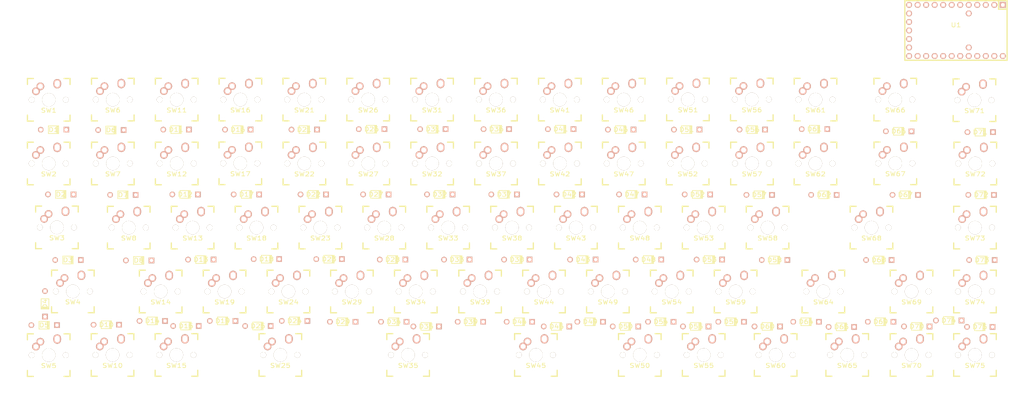
<source format=kicad_pcb>
(kicad_pcb (version 4) (host pcbnew 4.0.2-stable)
  (layers (0 F.Cu signal) (31 B.Cu signal) (34 B.Paste user) (35 F.Paste user) (36 B.SilkS user) (37 F.SilkS user) (38 B.Mask user) (39 F.Mask user) (44 Edge.Cuts user))
  (net 0 "")
  (net 1 "Net-(D1-Pad1)")
  (net 2 "Net-(D1-Pad2)")
  (net 3 "Net-(D2-Pad1)")
  (net 4 "Net-(D12-Pad2)")
  (net 5 "Net-(D3-Pad1)")
  (net 6 "Net-(D13-Pad2)")
  (net 7 "Net-(D4-Pad1)")
  (net 8 "Net-(D14-Pad2)")
  (net 9 "Net-(D5-Pad1)")
  (net 10 "Net-(D10-Pad2)")
  (net 11 "Net-(D6-Pad1)")
  (net 12 "Net-(D7-Pad1)")
  (net 13 "Net-(D8-Pad1)")
  (net 14 "Net-(D10-Pad1)")
  (net 15 "Net-(D11-Pad1)")
  (net 16 "Net-(D12-Pad1)")
  (net 17 "Net-(D13-Pad1)")
  (net 18 "Net-(D14-Pad1)")
  (net 19 "Net-(D15-Pad1)")
  (net 20 "Net-(D16-Pad1)")
  (net 21 "Net-(D17-Pad1)")
  (net 22 "Net-(D18-Pad1)")
  (net 23 "Net-(D19-Pad1)")
  (net 24 "Net-(D21-Pad1)")
  (net 25 "Net-(D22-Pad1)")
  (net 26 "Net-(D23-Pad1)")
  (net 27 "Net-(D24-Pad1)")
  (net 28 "Net-(D25-Pad1)")
  (net 29 "Net-(D26-Pad1)")
  (net 30 "Net-(D27-Pad1)")
  (net 31 "Net-(D28-Pad1)")
  (net 32 "Net-(D29-Pad1)")
  (net 33 "Net-(D31-Pad1)")
  (net 34 "Net-(D32-Pad1)")
  (net 35 "Net-(D33-Pad1)")
  (net 36 "Net-(D34-Pad1)")
  (net 37 "Net-(D35-Pad1)")
  (net 38 "Net-(D36-Pad1)")
  (net 39 "Net-(D37-Pad1)")
  (net 40 "Net-(D38-Pad1)")
  (net 41 "Net-(D39-Pad1)")
  (net 42 "Net-(D41-Pad1)")
  (net 43 "Net-(D42-Pad1)")
  (net 44 "Net-(D43-Pad1)")
  (net 45 "Net-(D44-Pad1)")
  (net 46 "Net-(D45-Pad1)")
  (net 47 "Net-(D46-Pad1)")
  (net 48 "Net-(D47-Pad1)")
  (net 49 "Net-(D48-Pad1)")
  (net 50 "Net-(D49-Pad1)")
  (net 51 "Net-(D50-Pad1)")
  (net 52 "Net-(D51-Pad1)")
  (net 53 "Net-(D52-Pad1)")
  (net 54 "Net-(D53-Pad1)")
  (net 55 "Net-(D54-Pad1)")
  (net 56 "Net-(D55-Pad1)")
  (net 57 "Net-(D56-Pad1)")
  (net 58 "Net-(D57-Pad1)")
  (net 59 "Net-(D58-Pad1)")
  (net 60 "Net-(D59-Pad1)")
  (net 61 "Net-(D60-Pad1)")
  (net 62 "Net-(D61-Pad1)")
  (net 63 "Net-(D62-Pad1)")
  (net 64 "Net-(D64-Pad1)")
  (net 65 "Net-(D65-Pad1)")
  (net 66 "Net-(D66-Pad1)")
  (net 67 "Net-(D67-Pad1)")
  (net 68 "Net-(D68-Pad1)")
  (net 69 "Net-(D69-Pad1)")
  (net 70 "Net-(D70-Pad1)")
  (net 71 "Net-(D71-Pad1)")
  (net 72 "Net-(D72-Pad1)")
  (net 73 "Net-(D73-Pad1)")
  (net 74 "Net-(D74-Pad1)")
  (net 75 "Net-(D75-Pad1)")
  (net 76 "Net-(SW1-Pad2)")
  (net 77 "Net-(SW10-Pad2)")
  (net 78 "Net-(SW11-Pad2)")
  (net 79 "Net-(SW16-Pad2)")
  (net 80 "Net-(SW21-Pad2)")
  (net 81 "Net-(SW26-Pad2)")
  (net 82 "Net-(SW31-Pad2)")
  (net 83 "Net-(SW36-Pad2)")
  (net 84 "Net-(SW41-Pad2)")
  (net 85 "Net-(SW46-Pad2)")
  (net 86 "Net-(SW51-Pad2)")
  (net 87 "Net-(SW56-Pad2)")
  (net 88 "Net-(SW61-Pad2)")
  (net 89 "Net-(SW66-Pad2)")
  (net 90 "Net-(SW71-Pad2)")
  (net 91 "Net-(U1-Pad1)")
  (net 92 "Net-(U1-Pad6)")
  (net 93 "Net-(U1-Pad7)")
  (net 94 "Net-(U1-Pad8)")
  (net 95 "Net-(U1-Pad14)")
  (net 96 "Net-(U1-Pad15)")
  (net 97 "Net-(U1-Pad16)")
  (net 98 "Net-(U1-Pad28)")
  (net 99 "Net-(U1-Pad29)")
  (net 100 "Net-(U1-Pad30)")
  (module Keyboard:DIODE (layer F.Cu) (at 15.24 -92.075)
    (fp_text reference D1 (at 0 0) (layer F.SilkS) (effects (font (size 1.27 1.524) (thickness 0.2032))))
    (fp_text value D_Small hide)
    (pad 1 thru_hole circle (at -3.81 0) (size 1.651 1.651) (drill 0.9906) (layers *.Cu *.SilkS *.Mask) (net 1 "Net-(D1-Pad1)"))
    (pad 2 thru_hole rect (at 3.81 0) (size 1.651 1.651) (drill 0.9906) (layers *.Cu *.SilkS *.Mask) (net 2 "Net-(D1-Pad2)"))
  )
  (module Keyboard:DIODE (layer F.Cu) (at 17.399 -72.771)
    (fp_text reference D2 (at 0 0) (layer F.SilkS) (effects (font (size 1.27 1.524) (thickness 0.2032))))
    (fp_text value D_Small hide)
    (pad 1 thru_hole circle (at -3.81 0) (size 1.651 1.651) (drill 0.9906) (layers *.Cu *.SilkS *.Mask) (net 3 "Net-(D2-Pad1)"))
    (pad 2 thru_hole rect (at 3.81 0) (size 1.651 1.651) (drill 0.9906) (layers *.Cu *.SilkS *.Mask) (net 4 "Net-(D12-Pad2)"))
  )
  (module Keyboard:DIODE (layer F.Cu) (at 19.558 -53.213)
    (fp_text reference D3 (at 0 0) (layer F.SilkS) (effects (font (size 1.27 1.524) (thickness 0.2032))))
    (fp_text value D_Small hide)
    (pad 1 thru_hole circle (at -3.81 0) (size 1.651 1.651) (drill 0.9906) (layers *.Cu *.SilkS *.Mask) (net 5 "Net-(D3-Pad1)"))
    (pad 2 thru_hole rect (at 3.81 0) (size 1.651 1.651) (drill 0.9906) (layers *.Cu *.SilkS *.Mask) (net 6 "Net-(D13-Pad2)"))
  )
  (module Keyboard:DIODE (layer F.Cu) (at 12.7 -40.132 270)
    (fp_text reference D4 (at 0 0 270) (layer F.SilkS) (effects (font (size 1.27 1.524) (thickness 0.2032))))
    (fp_text value D_Small hide)
    (pad 1 thru_hole circle (at -3.81 0 270) (size 1.651 1.651) (drill 0.9906) (layers *.Cu *.SilkS *.Mask) (net 7 "Net-(D4-Pad1)"))
    (pad 2 thru_hole rect (at 3.81 0 270) (size 1.651 1.651) (drill 0.9906) (layers *.Cu *.SilkS *.Mask) (net 8 "Net-(D14-Pad2)"))
  )
  (module Keyboard:DIODE (layer F.Cu) (at 12.446 -33.782)
    (fp_text reference D5 (at 0 0) (layer F.SilkS) (effects (font (size 1.27 1.524) (thickness 0.2032))))
    (fp_text value D_Small hide)
    (pad 1 thru_hole circle (at -3.81 0) (size 1.651 1.651) (drill 0.9906) (layers *.Cu *.SilkS *.Mask) (net 9 "Net-(D5-Pad1)"))
    (pad 2 thru_hole rect (at 3.81 0) (size 1.651 1.651) (drill 0.9906) (layers *.Cu *.SilkS *.Mask) (net 10 "Net-(D10-Pad2)"))
  )
  (module Keyboard:DIODE (layer F.Cu) (at 32.3596 -91.9734)
    (fp_text reference D6 (at 0 0) (layer F.SilkS) (effects (font (size 1.27 1.524) (thickness 0.2032))))
    (fp_text value D_Small hide)
    (pad 1 thru_hole circle (at -3.81 0) (size 1.651 1.651) (drill 0.9906) (layers *.Cu *.SilkS *.Mask) (net 11 "Net-(D6-Pad1)"))
    (pad 2 thru_hole rect (at 3.81 0) (size 1.651 1.651) (drill 0.9906) (layers *.Cu *.SilkS *.Mask) (net 2 "Net-(D1-Pad2)"))
  )
  (module Keyboard:DIODE (layer F.Cu) (at 35.941 -72.644)
    (fp_text reference D7 (at 0 0) (layer F.SilkS) (effects (font (size 1.27 1.524) (thickness 0.2032))))
    (fp_text value D_Small hide)
    (pad 1 thru_hole circle (at -3.81 0) (size 1.651 1.651) (drill 0.9906) (layers *.Cu *.SilkS *.Mask) (net 12 "Net-(D7-Pad1)"))
    (pad 2 thru_hole rect (at 3.81 0) (size 1.651 1.651) (drill 0.9906) (layers *.Cu *.SilkS *.Mask) (net 4 "Net-(D12-Pad2)"))
  )
  (module Keyboard:DIODE (layer F.Cu) (at 40.64 -53.086)
    (fp_text reference D8 (at 0 0) (layer F.SilkS) (effects (font (size 1.27 1.524) (thickness 0.2032))))
    (fp_text value D_Small hide)
    (pad 1 thru_hole circle (at -3.81 0) (size 1.651 1.651) (drill 0.9906) (layers *.Cu *.SilkS *.Mask) (net 13 "Net-(D8-Pad1)"))
    (pad 2 thru_hole rect (at 3.81 0) (size 1.651 1.651) (drill 0.9906) (layers *.Cu *.SilkS *.Mask) (net 6 "Net-(D13-Pad2)"))
  )
  (module Keyboard:DIODE (layer F.Cu) (at 30.988 -33.909)
    (fp_text reference D10 (at 0 0) (layer F.SilkS) (effects (font (size 1.27 1.524) (thickness 0.2032))))
    (fp_text value D_Small hide)
    (pad 1 thru_hole circle (at -3.81 0) (size 1.651 1.651) (drill 0.9906) (layers *.Cu *.SilkS *.Mask) (net 14 "Net-(D10-Pad1)"))
    (pad 2 thru_hole rect (at 3.81 0) (size 1.651 1.651) (drill 0.9906) (layers *.Cu *.SilkS *.Mask) (net 10 "Net-(D10-Pad2)"))
  )
  (module Keyboard:DIODE (layer F.Cu) (at 51.7906 -92.1004)
    (fp_text reference D11 (at 0 0) (layer F.SilkS) (effects (font (size 1.27 1.524) (thickness 0.2032))))
    (fp_text value D_Small hide)
    (pad 1 thru_hole circle (at -3.81 0) (size 1.651 1.651) (drill 0.9906) (layers *.Cu *.SilkS *.Mask) (net 15 "Net-(D11-Pad1)"))
    (pad 2 thru_hole rect (at 3.81 0) (size 1.651 1.651) (drill 0.9906) (layers *.Cu *.SilkS *.Mask) (net 2 "Net-(D1-Pad2)"))
  )
  (module Keyboard:DIODE (layer F.Cu) (at 54.483 -72.771)
    (fp_text reference D12 (at 0 0) (layer F.SilkS) (effects (font (size 1.27 1.524) (thickness 0.2032))))
    (fp_text value D_Small hide)
    (pad 1 thru_hole circle (at -3.81 0) (size 1.651 1.651) (drill 0.9906) (layers *.Cu *.SilkS *.Mask) (net 16 "Net-(D12-Pad1)"))
    (pad 2 thru_hole rect (at 3.81 0) (size 1.651 1.651) (drill 0.9906) (layers *.Cu *.SilkS *.Mask) (net 4 "Net-(D12-Pad2)"))
  )
  (module Keyboard:DIODE (layer F.Cu) (at 59.182 -53.34)
    (fp_text reference D13 (at 0 0) (layer F.SilkS) (effects (font (size 1.27 1.524) (thickness 0.2032))))
    (fp_text value D_Small hide)
    (pad 1 thru_hole circle (at -3.81 0) (size 1.651 1.651) (drill 0.9906) (layers *.Cu *.SilkS *.Mask) (net 17 "Net-(D13-Pad1)"))
    (pad 2 thru_hole rect (at 3.81 0) (size 1.651 1.651) (drill 0.9906) (layers *.Cu *.SilkS *.Mask) (net 6 "Net-(D13-Pad2)"))
  )
  (module Keyboard:DIODE (layer F.Cu) (at 44.704 -35.052)
    (fp_text reference D14 (at 0 0) (layer F.SilkS) (effects (font (size 1.27 1.524) (thickness 0.2032))))
    (fp_text value D_Small hide)
    (pad 1 thru_hole circle (at -3.81 0) (size 1.651 1.651) (drill 0.9906) (layers *.Cu *.SilkS *.Mask) (net 18 "Net-(D14-Pad1)"))
    (pad 2 thru_hole rect (at 3.81 0) (size 1.651 1.651) (drill 0.9906) (layers *.Cu *.SilkS *.Mask) (net 8 "Net-(D14-Pad2)"))
  )
  (module Keyboard:DIODE (layer F.Cu) (at 54.737 -33.528)
    (fp_text reference D15 (at 0 0) (layer F.SilkS) (effects (font (size 1.27 1.524) (thickness 0.2032))))
    (fp_text value D_Small hide)
    (pad 1 thru_hole circle (at -3.81 0) (size 1.651 1.651) (drill 0.9906) (layers *.Cu *.SilkS *.Mask) (net 19 "Net-(D15-Pad1)"))
    (pad 2 thru_hole rect (at 3.81 0) (size 1.651 1.651) (drill 0.9906) (layers *.Cu *.SilkS *.Mask) (net 10 "Net-(D10-Pad2)"))
  )
  (module Keyboard:DIODE (layer F.Cu) (at 70.2056 -92.1004)
    (fp_text reference D16 (at 0 0) (layer F.SilkS) (effects (font (size 1.27 1.524) (thickness 0.2032))))
    (fp_text value D_Small hide)
    (pad 1 thru_hole circle (at -3.81 0) (size 1.651 1.651) (drill 0.9906) (layers *.Cu *.SilkS *.Mask) (net 20 "Net-(D16-Pad1)"))
    (pad 2 thru_hole rect (at 3.81 0) (size 1.651 1.651) (drill 0.9906) (layers *.Cu *.SilkS *.Mask) (net 2 "Net-(D1-Pad2)"))
  )
  (module Keyboard:DIODE (layer F.Cu) (at 72.771 -72.771)
    (fp_text reference D17 (at 0 0) (layer F.SilkS) (effects (font (size 1.27 1.524) (thickness 0.2032))))
    (fp_text value D_Small hide)
    (pad 1 thru_hole circle (at -3.81 0) (size 1.651 1.651) (drill 0.9906) (layers *.Cu *.SilkS *.Mask) (net 21 "Net-(D17-Pad1)"))
    (pad 2 thru_hole rect (at 3.81 0) (size 1.651 1.651) (drill 0.9906) (layers *.Cu *.SilkS *.Mask) (net 4 "Net-(D12-Pad2)"))
  )
  (module Keyboard:DIODE (layer F.Cu) (at 78.74 -53.467)
    (fp_text reference D18 (at 0 0) (layer F.SilkS) (effects (font (size 1.27 1.524) (thickness 0.2032))))
    (fp_text value D_Small hide)
    (pad 1 thru_hole circle (at -3.81 0) (size 1.651 1.651) (drill 0.9906) (layers *.Cu *.SilkS *.Mask) (net 22 "Net-(D18-Pad1)"))
    (pad 2 thru_hole rect (at 3.81 0) (size 1.651 1.651) (drill 0.9906) (layers *.Cu *.SilkS *.Mask) (net 6 "Net-(D13-Pad2)"))
  )
  (module Keyboard:DIODE (layer F.Cu) (at 65.659 -35.052)
    (fp_text reference D19 (at 0 0) (layer F.SilkS) (effects (font (size 1.27 1.524) (thickness 0.2032))))
    (fp_text value D_Small hide)
    (pad 1 thru_hole circle (at -3.81 0) (size 1.651 1.651) (drill 0.9906) (layers *.Cu *.SilkS *.Mask) (net 23 "Net-(D19-Pad1)"))
    (pad 2 thru_hole rect (at 3.81 0) (size 1.651 1.651) (drill 0.9906) (layers *.Cu *.SilkS *.Mask) (net 8 "Net-(D14-Pad2)"))
  )
  (module Keyboard:DIODE (layer F.Cu) (at 90.0176 -92.1004)
    (fp_text reference D21 (at 0 0) (layer F.SilkS) (effects (font (size 1.27 1.524) (thickness 0.2032))))
    (fp_text value D_Small hide)
    (pad 1 thru_hole circle (at -3.81 0) (size 1.651 1.651) (drill 0.9906) (layers *.Cu *.SilkS *.Mask) (net 24 "Net-(D21-Pad1)"))
    (pad 2 thru_hole rect (at 3.81 0) (size 1.651 1.651) (drill 0.9906) (layers *.Cu *.SilkS *.Mask) (net 2 "Net-(D1-Pad2)"))
  )
  (module Keyboard:DIODE (layer F.Cu) (at 92.71 -72.771)
    (fp_text reference D22 (at 0 0) (layer F.SilkS) (effects (font (size 1.27 1.524) (thickness 0.2032))))
    (fp_text value D_Small hide)
    (pad 1 thru_hole circle (at -3.81 0) (size 1.651 1.651) (drill 0.9906) (layers *.Cu *.SilkS *.Mask) (net 25 "Net-(D22-Pad1)"))
    (pad 2 thru_hole rect (at 3.81 0) (size 1.651 1.651) (drill 0.9906) (layers *.Cu *.SilkS *.Mask) (net 4 "Net-(D12-Pad2)"))
  )
  (module Keyboard:DIODE (layer F.Cu) (at 97.409 -53.467)
    (fp_text reference D23 (at 0 0) (layer F.SilkS) (effects (font (size 1.27 1.524) (thickness 0.2032))))
    (fp_text value D_Small hide)
    (pad 1 thru_hole circle (at -3.81 0) (size 1.651 1.651) (drill 0.9906) (layers *.Cu *.SilkS *.Mask) (net 26 "Net-(D23-Pad1)"))
    (pad 2 thru_hole rect (at 3.81 0) (size 1.651 1.651) (drill 0.9906) (layers *.Cu *.SilkS *.Mask) (net 6 "Net-(D13-Pad2)"))
  )
  (module Keyboard:DIODE (layer F.Cu) (at 87.122 -35.052)
    (fp_text reference D24 (at 0 0) (layer F.SilkS) (effects (font (size 1.27 1.524) (thickness 0.2032))))
    (fp_text value D_Small hide)
    (pad 1 thru_hole circle (at -3.81 0) (size 1.651 1.651) (drill 0.9906) (layers *.Cu *.SilkS *.Mask) (net 27 "Net-(D24-Pad1)"))
    (pad 2 thru_hole rect (at 3.81 0) (size 1.651 1.651) (drill 0.9906) (layers *.Cu *.SilkS *.Mask) (net 8 "Net-(D14-Pad2)"))
  )
  (module Keyboard:DIODE (layer F.Cu) (at 76.2 -33.528)
    (fp_text reference D25 (at 0 0) (layer F.SilkS) (effects (font (size 1.27 1.524) (thickness 0.2032))))
    (fp_text value D_Small hide)
    (pad 1 thru_hole circle (at -3.81 0) (size 1.651 1.651) (drill 0.9906) (layers *.Cu *.SilkS *.Mask) (net 28 "Net-(D25-Pad1)"))
    (pad 2 thru_hole rect (at 3.81 0) (size 1.651 1.651) (drill 0.9906) (layers *.Cu *.SilkS *.Mask) (net 10 "Net-(D10-Pad2)"))
  )
  (module Keyboard:DIODE (layer F.Cu) (at 110.0836 -92.2274)
    (fp_text reference D26 (at 0 0) (layer F.SilkS) (effects (font (size 1.27 1.524) (thickness 0.2032))))
    (fp_text value D_Small hide)
    (pad 1 thru_hole circle (at -3.81 0) (size 1.651 1.651) (drill 0.9906) (layers *.Cu *.SilkS *.Mask) (net 29 "Net-(D26-Pad1)"))
    (pad 2 thru_hole rect (at 3.81 0) (size 1.651 1.651) (drill 0.9906) (layers *.Cu *.SilkS *.Mask) (net 2 "Net-(D1-Pad2)"))
  )
  (module Keyboard:DIODE (layer F.Cu) (at 111.379 -72.771)
    (fp_text reference D27 (at 0 0) (layer F.SilkS) (effects (font (size 1.27 1.524) (thickness 0.2032))))
    (fp_text value D_Small hide)
    (pad 1 thru_hole circle (at -3.81 0) (size 1.651 1.651) (drill 0.9906) (layers *.Cu *.SilkS *.Mask) (net 30 "Net-(D27-Pad1)"))
    (pad 2 thru_hole rect (at 3.81 0) (size 1.651 1.651) (drill 0.9906) (layers *.Cu *.SilkS *.Mask) (net 4 "Net-(D12-Pad2)"))
  )
  (module Keyboard:DIODE (layer F.Cu) (at 116.332 -53.34)
    (fp_text reference D28 (at 0 0) (layer F.SilkS) (effects (font (size 1.27 1.524) (thickness 0.2032))))
    (fp_text value D_Small hide)
    (pad 1 thru_hole circle (at -3.81 0) (size 1.651 1.651) (drill 0.9906) (layers *.Cu *.SilkS *.Mask) (net 31 "Net-(D28-Pad1)"))
    (pad 2 thru_hole rect (at 3.81 0) (size 1.651 1.651) (drill 0.9906) (layers *.Cu *.SilkS *.Mask) (net 6 "Net-(D13-Pad2)"))
  )
  (module Keyboard:DIODE (layer F.Cu) (at 101.473 -34.798)
    (fp_text reference D29 (at 0 0) (layer F.SilkS) (effects (font (size 1.27 1.524) (thickness 0.2032))))
    (fp_text value D_Small hide)
    (pad 1 thru_hole circle (at -3.81 0) (size 1.651 1.651) (drill 0.9906) (layers *.Cu *.SilkS *.Mask) (net 32 "Net-(D29-Pad1)"))
    (pad 2 thru_hole rect (at 3.81 0) (size 1.651 1.651) (drill 0.9906) (layers *.Cu *.SilkS *.Mask) (net 8 "Net-(D14-Pad2)"))
  )
  (module Keyboard:DIODE (layer F.Cu) (at 128.3716 -92.2274)
    (fp_text reference D31 (at 0 0) (layer F.SilkS) (effects (font (size 1.27 1.524) (thickness 0.2032))))
    (fp_text value D_Small hide)
    (pad 1 thru_hole circle (at -3.81 0) (size 1.651 1.651) (drill 0.9906) (layers *.Cu *.SilkS *.Mask) (net 33 "Net-(D31-Pad1)"))
    (pad 2 thru_hole rect (at 3.81 0) (size 1.651 1.651) (drill 0.9906) (layers *.Cu *.SilkS *.Mask) (net 2 "Net-(D1-Pad2)"))
  )
  (module Keyboard:DIODE (layer F.Cu) (at 130.429 -72.771)
    (fp_text reference D32 (at 0 0) (layer F.SilkS) (effects (font (size 1.27 1.524) (thickness 0.2032))))
    (fp_text value D_Small hide)
    (pad 1 thru_hole circle (at -3.81 0) (size 1.651 1.651) (drill 0.9906) (layers *.Cu *.SilkS *.Mask) (net 34 "Net-(D32-Pad1)"))
    (pad 2 thru_hole rect (at 3.81 0) (size 1.651 1.651) (drill 0.9906) (layers *.Cu *.SilkS *.Mask) (net 4 "Net-(D12-Pad2)"))
  )
  (module Keyboard:DIODE (layer F.Cu) (at 135.509 -53.34)
    (fp_text reference D33 (at 0 0) (layer F.SilkS) (effects (font (size 1.27 1.524) (thickness 0.2032))))
    (fp_text value D_Small hide)
    (pad 1 thru_hole circle (at -3.81 0) (size 1.651 1.651) (drill 0.9906) (layers *.Cu *.SilkS *.Mask) (net 35 "Net-(D33-Pad1)"))
    (pad 2 thru_hole rect (at 3.81 0) (size 1.651 1.651) (drill 0.9906) (layers *.Cu *.SilkS *.Mask) (net 6 "Net-(D13-Pad2)"))
  )
  (module Keyboard:DIODE (layer F.Cu) (at 116.713 -34.798)
    (fp_text reference D34 (at 0 0) (layer F.SilkS) (effects (font (size 1.27 1.524) (thickness 0.2032))))
    (fp_text value D_Small hide)
    (pad 1 thru_hole circle (at -3.81 0) (size 1.651 1.651) (drill 0.9906) (layers *.Cu *.SilkS *.Mask) (net 36 "Net-(D34-Pad1)"))
    (pad 2 thru_hole rect (at 3.81 0) (size 1.651 1.651) (drill 0.9906) (layers *.Cu *.SilkS *.Mask) (net 8 "Net-(D14-Pad2)"))
  )
  (module Keyboard:DIODE (layer F.Cu) (at 126.365 -33.401)
    (fp_text reference D35 (at 0 0) (layer F.SilkS) (effects (font (size 1.27 1.524) (thickness 0.2032))))
    (fp_text value D_Small hide)
    (pad 1 thru_hole circle (at -3.81 0) (size 1.651 1.651) (drill 0.9906) (layers *.Cu *.SilkS *.Mask) (net 37 "Net-(D35-Pad1)"))
    (pad 2 thru_hole rect (at 3.81 0) (size 1.651 1.651) (drill 0.9906) (layers *.Cu *.SilkS *.Mask) (net 10 "Net-(D10-Pad2)"))
  )
  (module Keyboard:DIODE (layer F.Cu) (at 147.2946 -92.2274)
    (fp_text reference D36 (at 0 0) (layer F.SilkS) (effects (font (size 1.27 1.524) (thickness 0.2032))))
    (fp_text value D_Small hide)
    (pad 1 thru_hole circle (at -3.81 0) (size 1.651 1.651) (drill 0.9906) (layers *.Cu *.SilkS *.Mask) (net 38 "Net-(D36-Pad1)"))
    (pad 2 thru_hole rect (at 3.81 0) (size 1.651 1.651) (drill 0.9906) (layers *.Cu *.SilkS *.Mask) (net 2 "Net-(D1-Pad2)"))
  )
  (module Keyboard:DIODE (layer F.Cu) (at 149.606 -72.771)
    (fp_text reference D37 (at 0 0) (layer F.SilkS) (effects (font (size 1.27 1.524) (thickness 0.2032))))
    (fp_text value D_Small hide)
    (pad 1 thru_hole circle (at -3.81 0) (size 1.651 1.651) (drill 0.9906) (layers *.Cu *.SilkS *.Mask) (net 39 "Net-(D37-Pad1)"))
    (pad 2 thru_hole rect (at 3.81 0) (size 1.651 1.651) (drill 0.9906) (layers *.Cu *.SilkS *.Mask) (net 4 "Net-(D12-Pad2)"))
  )
  (module Keyboard:DIODE (layer F.Cu) (at 153.416 -53.34)
    (fp_text reference D38 (at 0 0) (layer F.SilkS) (effects (font (size 1.27 1.524) (thickness 0.2032))))
    (fp_text value D_Small hide)
    (pad 1 thru_hole circle (at -3.81 0) (size 1.651 1.651) (drill 0.9906) (layers *.Cu *.SilkS *.Mask) (net 40 "Net-(D38-Pad1)"))
    (pad 2 thru_hole rect (at 3.81 0) (size 1.651 1.651) (drill 0.9906) (layers *.Cu *.SilkS *.Mask) (net 6 "Net-(D13-Pad2)"))
  )
  (module Keyboard:DIODE (layer F.Cu) (at 139.573 -34.798)
    (fp_text reference D39 (at 0 0) (layer F.SilkS) (effects (font (size 1.27 1.524) (thickness 0.2032))))
    (fp_text value D_Small hide)
    (pad 1 thru_hole circle (at -3.81 0) (size 1.651 1.651) (drill 0.9906) (layers *.Cu *.SilkS *.Mask) (net 41 "Net-(D39-Pad1)"))
    (pad 2 thru_hole rect (at 3.81 0) (size 1.651 1.651) (drill 0.9906) (layers *.Cu *.SilkS *.Mask) (net 8 "Net-(D14-Pad2)"))
  )
  (module Keyboard:DIODE (layer F.Cu) (at 166.4716 -92.2274)
    (fp_text reference D41 (at 0 0) (layer F.SilkS) (effects (font (size 1.27 1.524) (thickness 0.2032))))
    (fp_text value D_Small hide)
    (pad 1 thru_hole circle (at -3.81 0) (size 1.651 1.651) (drill 0.9906) (layers *.Cu *.SilkS *.Mask) (net 42 "Net-(D41-Pad1)"))
    (pad 2 thru_hole rect (at 3.81 0) (size 1.651 1.651) (drill 0.9906) (layers *.Cu *.SilkS *.Mask) (net 2 "Net-(D1-Pad2)"))
  )
  (module Keyboard:DIODE (layer F.Cu) (at 169.037 -72.771)
    (fp_text reference D42 (at 0 0) (layer F.SilkS) (effects (font (size 1.27 1.524) (thickness 0.2032))))
    (fp_text value D_Small hide)
    (pad 1 thru_hole circle (at -3.81 0) (size 1.651 1.651) (drill 0.9906) (layers *.Cu *.SilkS *.Mask) (net 43 "Net-(D42-Pad1)"))
    (pad 2 thru_hole rect (at 3.81 0) (size 1.651 1.651) (drill 0.9906) (layers *.Cu *.SilkS *.Mask) (net 4 "Net-(D12-Pad2)"))
  )
  (module Keyboard:DIODE (layer F.Cu) (at 173.101 -53.34)
    (fp_text reference D43 (at 0 0) (layer F.SilkS) (effects (font (size 1.27 1.524) (thickness 0.2032))))
    (fp_text value D_Small hide)
    (pad 1 thru_hole circle (at -3.81 0) (size 1.651 1.651) (drill 0.9906) (layers *.Cu *.SilkS *.Mask) (net 44 "Net-(D43-Pad1)"))
    (pad 2 thru_hole rect (at 3.81 0) (size 1.651 1.651) (drill 0.9906) (layers *.Cu *.SilkS *.Mask) (net 6 "Net-(D13-Pad2)"))
  )
  (module Keyboard:DIODE (layer F.Cu) (at 154.178 -34.798)
    (fp_text reference D44 (at 0 0) (layer F.SilkS) (effects (font (size 1.27 1.524) (thickness 0.2032))))
    (fp_text value D_Small hide)
    (pad 1 thru_hole circle (at -3.81 0) (size 1.651 1.651) (drill 0.9906) (layers *.Cu *.SilkS *.Mask) (net 45 "Net-(D44-Pad1)"))
    (pad 2 thru_hole rect (at 3.81 0) (size 1.651 1.651) (drill 0.9906) (layers *.Cu *.SilkS *.Mask) (net 8 "Net-(D14-Pad2)"))
  )
  (module Keyboard:DIODE (layer F.Cu) (at 165.227 -33.401)
    (fp_text reference D45 (at 0 0) (layer F.SilkS) (effects (font (size 1.27 1.524) (thickness 0.2032))))
    (fp_text value D_Small hide)
    (pad 1 thru_hole circle (at -3.81 0) (size 1.651 1.651) (drill 0.9906) (layers *.Cu *.SilkS *.Mask) (net 46 "Net-(D45-Pad1)"))
    (pad 2 thru_hole rect (at 3.81 0) (size 1.651 1.651) (drill 0.9906) (layers *.Cu *.SilkS *.Mask) (net 10 "Net-(D10-Pad2)"))
  )
  (module Keyboard:DIODE (layer F.Cu) (at 184.3786 -92.1004)
    (fp_text reference D46 (at 0 0) (layer F.SilkS) (effects (font (size 1.27 1.524) (thickness 0.2032))))
    (fp_text value D_Small hide)
    (pad 1 thru_hole circle (at -3.81 0) (size 1.651 1.651) (drill 0.9906) (layers *.Cu *.SilkS *.Mask) (net 47 "Net-(D46-Pad1)"))
    (pad 2 thru_hole rect (at 3.81 0) (size 1.651 1.651) (drill 0.9906) (layers *.Cu *.SilkS *.Mask) (net 2 "Net-(D1-Pad2)"))
  )
  (module Keyboard:DIODE (layer F.Cu) (at 187.706 -72.771)
    (fp_text reference D47 (at 0 0) (layer F.SilkS) (effects (font (size 1.27 1.524) (thickness 0.2032))))
    (fp_text value D_Small hide)
    (pad 1 thru_hole circle (at -3.81 0) (size 1.651 1.651) (drill 0.9906) (layers *.Cu *.SilkS *.Mask) (net 48 "Net-(D47-Pad1)"))
    (pad 2 thru_hole rect (at 3.81 0) (size 1.651 1.651) (drill 0.9906) (layers *.Cu *.SilkS *.Mask) (net 4 "Net-(D12-Pad2)"))
  )
  (module Keyboard:DIODE (layer F.Cu) (at 192.659 -53.34)
    (fp_text reference D48 (at 0 0) (layer F.SilkS) (effects (font (size 1.27 1.524) (thickness 0.2032))))
    (fp_text value D_Small hide)
    (pad 1 thru_hole circle (at -3.81 0) (size 1.651 1.651) (drill 0.9906) (layers *.Cu *.SilkS *.Mask) (net 49 "Net-(D48-Pad1)"))
    (pad 2 thru_hole rect (at 3.81 0) (size 1.651 1.651) (drill 0.9906) (layers *.Cu *.SilkS *.Mask) (net 6 "Net-(D13-Pad2)"))
  )
  (module Keyboard:DIODE (layer F.Cu) (at 175.26 -34.798)
    (fp_text reference D49 (at 0 0) (layer F.SilkS) (effects (font (size 1.27 1.524) (thickness 0.2032))))
    (fp_text value D_Small hide)
    (pad 1 thru_hole circle (at -3.81 0) (size 1.651 1.651) (drill 0.9906) (layers *.Cu *.SilkS *.Mask) (net 50 "Net-(D49-Pad1)"))
    (pad 2 thru_hole rect (at 3.81 0) (size 1.651 1.651) (drill 0.9906) (layers *.Cu *.SilkS *.Mask) (net 8 "Net-(D14-Pad2)"))
  )
  (module Keyboard:DIODE (layer F.Cu) (at 185.801 -33.401)
    (fp_text reference D50 (at 0 0) (layer F.SilkS) (effects (font (size 1.27 1.524) (thickness 0.2032))))
    (fp_text value D_Small hide)
    (pad 1 thru_hole circle (at -3.81 0) (size 1.651 1.651) (drill 0.9906) (layers *.Cu *.SilkS *.Mask) (net 51 "Net-(D50-Pad1)"))
    (pad 2 thru_hole rect (at 3.81 0) (size 1.651 1.651) (drill 0.9906) (layers *.Cu *.SilkS *.Mask) (net 10 "Net-(D10-Pad2)"))
  )
  (module Keyboard:DIODE (layer F.Cu) (at 204.0636 -92.1004)
    (fp_text reference D51 (at 0 0) (layer F.SilkS) (effects (font (size 1.27 1.524) (thickness 0.2032))))
    (fp_text value D_Small hide)
    (pad 1 thru_hole circle (at -3.81 0) (size 1.651 1.651) (drill 0.9906) (layers *.Cu *.SilkS *.Mask) (net 52 "Net-(D51-Pad1)"))
    (pad 2 thru_hole rect (at 3.81 0) (size 1.651 1.651) (drill 0.9906) (layers *.Cu *.SilkS *.Mask) (net 2 "Net-(D1-Pad2)"))
  )
  (module Keyboard:DIODE (layer F.Cu) (at 207.264 -72.771)
    (fp_text reference D52 (at 0 0) (layer F.SilkS) (effects (font (size 1.27 1.524) (thickness 0.2032))))
    (fp_text value D_Small hide)
    (pad 1 thru_hole circle (at -3.81 0) (size 1.651 1.651) (drill 0.9906) (layers *.Cu *.SilkS *.Mask) (net 53 "Net-(D52-Pad1)"))
    (pad 2 thru_hole rect (at 3.81 0) (size 1.651 1.651) (drill 0.9906) (layers *.Cu *.SilkS *.Mask) (net 4 "Net-(D12-Pad2)"))
  )
  (module Keyboard:DIODE (layer F.Cu) (at 210.82 -53.34)
    (fp_text reference D53 (at 0 0) (layer F.SilkS) (effects (font (size 1.27 1.524) (thickness 0.2032))))
    (fp_text value D_Small hide)
    (pad 1 thru_hole circle (at -3.81 0) (size 1.651 1.651) (drill 0.9906) (layers *.Cu *.SilkS *.Mask) (net 54 "Net-(D53-Pad1)"))
    (pad 2 thru_hole rect (at 3.81 0) (size 1.651 1.651) (drill 0.9906) (layers *.Cu *.SilkS *.Mask) (net 6 "Net-(D13-Pad2)"))
  )
  (module Keyboard:DIODE (layer F.Cu) (at 196.342 -34.798)
    (fp_text reference D54 (at 0 0) (layer F.SilkS) (effects (font (size 1.27 1.524) (thickness 0.2032))))
    (fp_text value D_Small hide)
    (pad 1 thru_hole circle (at -3.81 0) (size 1.651 1.651) (drill 0.9906) (layers *.Cu *.SilkS *.Mask) (net 55 "Net-(D54-Pad1)"))
    (pad 2 thru_hole rect (at 3.81 0) (size 1.651 1.651) (drill 0.9906) (layers *.Cu *.SilkS *.Mask) (net 8 "Net-(D14-Pad2)"))
  )
  (module Keyboard:DIODE (layer F.Cu) (at 206.756 -33.401)
    (fp_text reference D55 (at 0 0) (layer F.SilkS) (effects (font (size 1.27 1.524) (thickness 0.2032))))
    (fp_text value D_Small hide)
    (pad 1 thru_hole circle (at -3.81 0) (size 1.651 1.651) (drill 0.9906) (layers *.Cu *.SilkS *.Mask) (net 56 "Net-(D55-Pad1)"))
    (pad 2 thru_hole rect (at 3.81 0) (size 1.651 1.651) (drill 0.9906) (layers *.Cu *.SilkS *.Mask) (net 10 "Net-(D10-Pad2)"))
  )
  (module Keyboard:DIODE (layer F.Cu) (at 223.6216 -92.1004)
    (fp_text reference D56 (at 0 0) (layer F.SilkS) (effects (font (size 1.27 1.524) (thickness 0.2032))))
    (fp_text value D_Small hide)
    (pad 1 thru_hole circle (at -3.81 0) (size 1.651 1.651) (drill 0.9906) (layers *.Cu *.SilkS *.Mask) (net 57 "Net-(D56-Pad1)"))
    (pad 2 thru_hole rect (at 3.81 0) (size 1.651 1.651) (drill 0.9906) (layers *.Cu *.SilkS *.Mask) (net 2 "Net-(D1-Pad2)"))
  )
  (module Keyboard:DIODE (layer F.Cu) (at 225.679 -72.644)
    (fp_text reference D57 (at 0 0) (layer F.SilkS) (effects (font (size 1.27 1.524) (thickness 0.2032))))
    (fp_text value D_Small hide)
    (pad 1 thru_hole circle (at -3.81 0) (size 1.651 1.651) (drill 0.9906) (layers *.Cu *.SilkS *.Mask) (net 58 "Net-(D57-Pad1)"))
    (pad 2 thru_hole rect (at 3.81 0) (size 1.651 1.651) (drill 0.9906) (layers *.Cu *.SilkS *.Mask) (net 4 "Net-(D12-Pad2)"))
  )
  (module Keyboard:DIODE (layer F.Cu) (at 230.251 -53.213)
    (fp_text reference D58 (at 0 0) (layer F.SilkS) (effects (font (size 1.27 1.524) (thickness 0.2032))))
    (fp_text value D_Small hide)
    (pad 1 thru_hole circle (at -3.81 0) (size 1.651 1.651) (drill 0.9906) (layers *.Cu *.SilkS *.Mask) (net 59 "Net-(D58-Pad1)"))
    (pad 2 thru_hole rect (at 3.81 0) (size 1.651 1.651) (drill 0.9906) (layers *.Cu *.SilkS *.Mask) (net 6 "Net-(D13-Pad2)"))
  )
  (module Keyboard:DIODE (layer F.Cu) (at 217.297 -34.798)
    (fp_text reference D59 (at 0 0) (layer F.SilkS) (effects (font (size 1.27 1.524) (thickness 0.2032))))
    (fp_text value D_Small hide)
    (pad 1 thru_hole circle (at -3.81 0) (size 1.651 1.651) (drill 0.9906) (layers *.Cu *.SilkS *.Mask) (net 60 "Net-(D59-Pad1)"))
    (pad 2 thru_hole rect (at 3.81 0) (size 1.651 1.651) (drill 0.9906) (layers *.Cu *.SilkS *.Mask) (net 8 "Net-(D14-Pad2)"))
  )
  (module Keyboard:DIODE (layer F.Cu) (at 228.092 -33.401)
    (fp_text reference D60 (at 0 0) (layer F.SilkS) (effects (font (size 1.27 1.524) (thickness 0.2032))))
    (fp_text value D_Small hide)
    (pad 1 thru_hole circle (at -3.81 0) (size 1.651 1.651) (drill 0.9906) (layers *.Cu *.SilkS *.Mask) (net 61 "Net-(D60-Pad1)"))
    (pad 2 thru_hole rect (at 3.81 0) (size 1.651 1.651) (drill 0.9906) (layers *.Cu *.SilkS *.Mask) (net 10 "Net-(D10-Pad2)"))
  )
  (module Keyboard:DIODE (layer F.Cu) (at 242.1636 -92.2274)
    (fp_text reference D61 (at 0 0) (layer F.SilkS) (effects (font (size 1.27 1.524) (thickness 0.2032))))
    (fp_text value D_Small hide)
    (pad 1 thru_hole circle (at -3.81 0) (size 1.651 1.651) (drill 0.9906) (layers *.Cu *.SilkS *.Mask) (net 62 "Net-(D61-Pad1)"))
    (pad 2 thru_hole rect (at 3.81 0) (size 1.651 1.651) (drill 0.9906) (layers *.Cu *.SilkS *.Mask) (net 2 "Net-(D1-Pad2)"))
  )
  (module Keyboard:DIODE (layer F.Cu) (at 244.983 -72.644)
    (fp_text reference D62 (at 0 0) (layer F.SilkS) (effects (font (size 1.27 1.524) (thickness 0.2032))))
    (fp_text value D_Small hide)
    (pad 1 thru_hole circle (at -3.81 0) (size 1.651 1.651) (drill 0.9906) (layers *.Cu *.SilkS *.Mask) (net 63 "Net-(D62-Pad1)"))
    (pad 2 thru_hole rect (at 3.81 0) (size 1.651 1.651) (drill 0.9906) (layers *.Cu *.SilkS *.Mask) (net 4 "Net-(D12-Pad2)"))
  )
  (module Keyboard:DIODE (layer F.Cu) (at 239.649 -34.798)
    (fp_text reference D64 (at 0 0) (layer F.SilkS) (effects (font (size 1.27 1.524) (thickness 0.2032))))
    (fp_text value D_Small hide)
    (pad 1 thru_hole circle (at -3.81 0) (size 1.651 1.651) (drill 0.9906) (layers *.Cu *.SilkS *.Mask) (net 64 "Net-(D64-Pad1)"))
    (pad 2 thru_hole rect (at 3.81 0) (size 1.651 1.651) (drill 0.9906) (layers *.Cu *.SilkS *.Mask) (net 8 "Net-(D14-Pad2)"))
  )
  (module Keyboard:DIODE (layer F.Cu) (at 250.19 -33.274)
    (fp_text reference D65 (at 0 0) (layer F.SilkS) (effects (font (size 1.27 1.524) (thickness 0.2032))))
    (fp_text value D_Small hide)
    (pad 1 thru_hole circle (at -3.81 0) (size 1.651 1.651) (drill 0.9906) (layers *.Cu *.SilkS *.Mask) (net 65 "Net-(D65-Pad1)"))
    (pad 2 thru_hole rect (at 3.81 0) (size 1.651 1.651) (drill 0.9906) (layers *.Cu *.SilkS *.Mask) (net 10 "Net-(D10-Pad2)"))
  )
  (module Keyboard:DIODE (layer F.Cu) (at 267.2588 -91.5924)
    (fp_text reference D66 (at 0 0) (layer F.SilkS) (effects (font (size 1.27 1.524) (thickness 0.2032))))
    (fp_text value D_Small hide)
    (pad 1 thru_hole circle (at -3.81 0) (size 1.651 1.651) (drill 0.9906) (layers *.Cu *.SilkS *.Mask) (net 66 "Net-(D66-Pad1)"))
    (pad 2 thru_hole rect (at 3.81 0) (size 1.651 1.651) (drill 0.9906) (layers *.Cu *.SilkS *.Mask) (net 2 "Net-(D1-Pad2)"))
  )
  (module Keyboard:DIODE (layer F.Cu) (at 269.24 -72.644)
    (fp_text reference D67 (at 0 0) (layer F.SilkS) (effects (font (size 1.27 1.524) (thickness 0.2032))))
    (fp_text value D_Small hide)
    (pad 1 thru_hole circle (at -3.81 0) (size 1.651 1.651) (drill 0.9906) (layers *.Cu *.SilkS *.Mask) (net 67 "Net-(D67-Pad1)"))
    (pad 2 thru_hole rect (at 3.81 0) (size 1.651 1.651) (drill 0.9906) (layers *.Cu *.SilkS *.Mask) (net 4 "Net-(D12-Pad2)"))
  )
  (module Keyboard:DIODE (layer F.Cu) (at 261.366 -53.213)
    (fp_text reference D68 (at 0 0) (layer F.SilkS) (effects (font (size 1.27 1.524) (thickness 0.2032))))
    (fp_text value D_Small hide)
    (pad 1 thru_hole circle (at -3.81 0) (size 1.651 1.651) (drill 0.9906) (layers *.Cu *.SilkS *.Mask) (net 68 "Net-(D68-Pad1)"))
    (pad 2 thru_hole rect (at 3.81 0) (size 1.651 1.651) (drill 0.9906) (layers *.Cu *.SilkS *.Mask) (net 6 "Net-(D13-Pad2)"))
  )
  (module Keyboard:DIODE (layer F.Cu) (at 261.874 -34.798)
    (fp_text reference D69 (at 0 0) (layer F.SilkS) (effects (font (size 1.27 1.524) (thickness 0.2032))))
    (fp_text value D_Small hide)
    (pad 1 thru_hole circle (at -3.81 0) (size 1.651 1.651) (drill 0.9906) (layers *.Cu *.SilkS *.Mask) (net 69 "Net-(D69-Pad1)"))
    (pad 2 thru_hole rect (at 3.81 0) (size 1.651 1.651) (drill 0.9906) (layers *.Cu *.SilkS *.Mask) (net 8 "Net-(D14-Pad2)"))
  )
  (module Keyboard:DIODE (layer F.Cu) (at 272.669 -33.401)
    (fp_text reference D70 (at 0 0) (layer F.SilkS) (effects (font (size 1.27 1.524) (thickness 0.2032))))
    (fp_text value D_Small hide)
    (pad 1 thru_hole circle (at -3.81 0) (size 1.651 1.651) (drill 0.9906) (layers *.Cu *.SilkS *.Mask) (net 70 "Net-(D70-Pad1)"))
    (pad 2 thru_hole rect (at 3.81 0) (size 1.651 1.651) (drill 0.9906) (layers *.Cu *.SilkS *.Mask) (net 10 "Net-(D10-Pad2)"))
  )
  (module Keyboard:DIODE (layer F.Cu) (at 291.592 -91.3384)
    (fp_text reference D71 (at 0 0) (layer F.SilkS) (effects (font (size 1.27 1.524) (thickness 0.2032))))
    (fp_text value D_Small hide)
    (pad 1 thru_hole circle (at -3.81 0) (size 1.651 1.651) (drill 0.9906) (layers *.Cu *.SilkS *.Mask) (net 71 "Net-(D71-Pad1)"))
    (pad 2 thru_hole rect (at 3.81 0) (size 1.651 1.651) (drill 0.9906) (layers *.Cu *.SilkS *.Mask) (net 2 "Net-(D1-Pad2)"))
  )
  (module Keyboard:DIODE (layer F.Cu) (at 291.846 -72.644)
    (fp_text reference D72 (at 0 0) (layer F.SilkS) (effects (font (size 1.27 1.524) (thickness 0.2032))))
    (fp_text value D_Small hide)
    (pad 1 thru_hole circle (at -3.81 0) (size 1.651 1.651) (drill 0.9906) (layers *.Cu *.SilkS *.Mask) (net 72 "Net-(D72-Pad1)"))
    (pad 2 thru_hole rect (at 3.81 0) (size 1.651 1.651) (drill 0.9906) (layers *.Cu *.SilkS *.Mask) (net 4 "Net-(D12-Pad2)"))
  )
  (module Keyboard:DIODE (layer F.Cu) (at 292.1 -53.213)
    (fp_text reference D73 (at 0 0) (layer F.SilkS) (effects (font (size 1.27 1.524) (thickness 0.2032))))
    (fp_text value D_Small hide)
    (pad 1 thru_hole circle (at -3.81 0) (size 1.651 1.651) (drill 0.9906) (layers *.Cu *.SilkS *.Mask) (net 73 "Net-(D73-Pad1)"))
    (pad 2 thru_hole rect (at 3.81 0) (size 1.651 1.651) (drill 0.9906) (layers *.Cu *.SilkS *.Mask) (net 6 "Net-(D13-Pad2)"))
  )
  (module Keyboard:DIODE (layer F.Cu) (at 282.194 -35.179)
    (fp_text reference D74 (at 0 0) (layer F.SilkS) (effects (font (size 1.27 1.524) (thickness 0.2032))))
    (fp_text value D_Small hide)
    (pad 1 thru_hole circle (at -3.81 0) (size 1.651 1.651) (drill 0.9906) (layers *.Cu *.SilkS *.Mask) (net 74 "Net-(D74-Pad1)"))
    (pad 2 thru_hole rect (at 3.81 0) (size 1.651 1.651) (drill 0.9906) (layers *.Cu *.SilkS *.Mask) (net 8 "Net-(D14-Pad2)"))
  )
  (module Keyboard:DIODE (layer F.Cu) (at 291.465 -33.274)
    (fp_text reference D75 (at 0 0) (layer F.SilkS) (effects (font (size 1.27 1.524) (thickness 0.2032))))
    (fp_text value D_Small hide)
    (pad 1 thru_hole circle (at -3.81 0) (size 1.651 1.651) (drill 0.9906) (layers *.Cu *.SilkS *.Mask) (net 75 "Net-(D75-Pad1)"))
    (pad 2 thru_hole rect (at 3.81 0) (size 1.651 1.651) (drill 0.9906) (layers *.Cu *.SilkS *.Mask) (net 10 "Net-(D10-Pad2)"))
  )
  (module Keyboard:TEENSY_2.0 (layer F.Cu) (at 284.353 -121.666 180)
    (fp_text reference U1 (at 0 1.625 180) (layer F.SilkS) (effects (font (size 1.27 1.524) (thickness 0.2032))))
    (fp_text value TEENSY2.0 hide)
    (pad 1 thru_hole rect (at -13.97 7.62 180) (size 1.7526 1.7526) (drill 1.0922) (layers *.Cu *.SilkS *.Mask) (net 91 "Net-(U1-Pad1)"))
    (pad 2 thru_hole circle (at -11.43 7.62 180) (size 1.7526 1.7526) (drill 1.0922) (layers *.Cu *.SilkS *.Mask) (net 78 "Net-(SW11-Pad2)"))
    (pad 3 thru_hole circle (at -8.89 7.62 180) (size 1.7526 1.7526) (drill 1.0922) (layers *.Cu *.SilkS *.Mask) (net 77 "Net-(SW10-Pad2)"))
    (pad 4 thru_hole circle (at -6.35 7.62 180) (size 1.7526 1.7526) (drill 1.0922) (layers *.Cu *.SilkS *.Mask) (net 76 "Net-(SW1-Pad2)"))
    (pad 5 thru_hole circle (at -3.81 7.62 180) (size 1.7526 1.7526) (drill 1.0922) (layers *.Cu *.SilkS *.Mask) (net 9 "Net-(D5-Pad1)"))
    (pad 6 thru_hole circle (at -1.27 7.62 180) (size 1.7526 1.7526) (drill 1.0922) (layers *.Cu *.SilkS *.Mask) (net 92 "Net-(U1-Pad6)"))
    (pad 7 thru_hole circle (at 1.27 7.62 180) (size 1.7526 1.7526) (drill 1.0922) (layers *.Cu *.SilkS *.Mask) (net 93 "Net-(U1-Pad7)"))
    (pad 8 thru_hole circle (at 3.81 7.62 180) (size 1.7526 1.7526) (drill 1.0922) (layers *.Cu *.SilkS *.Mask) (net 94 "Net-(U1-Pad8)"))
    (pad 9 thru_hole circle (at 6.35 7.62 180) (size 1.7526 1.7526) (drill 1.0922) (layers *.Cu *.SilkS *.Mask) (net 10 "Net-(D10-Pad2)"))
    (pad 10 thru_hole circle (at 8.89 7.62 180) (size 1.7526 1.7526) (drill 1.0922) (layers *.Cu *.SilkS *.Mask) (net 8 "Net-(D14-Pad2)"))
    (pad 11 thru_hole circle (at 11.43 7.62 180) (size 1.7526 1.7526) (drill 1.0922) (layers *.Cu *.SilkS *.Mask) (net 80 "Net-(SW21-Pad2)"))
    (pad 12 thru_hole circle (at 13.97 7.62 180) (size 1.7526 1.7526) (drill 1.0922) (layers *.Cu *.SilkS *.Mask) (net 81 "Net-(SW26-Pad2)"))
    (pad 13 thru_hole circle (at 13.97 5.08 90) (size 1.7526 1.7526) (drill 1.0922) (layers *.Cu *.SilkS *.Mask) (net 83 "Net-(SW36-Pad2)"))
    (pad 14 thru_hole circle (at 13.97 2.54 90) (size 1.7526 1.7526) (drill 1.0922) (layers *.Cu *.SilkS *.Mask) (net 95 "Net-(U1-Pad14)"))
    (pad 15 thru_hole circle (at 13.97 0 90) (size 1.7526 1.7526) (drill 1.0922) (layers *.Cu *.SilkS *.Mask) (net 96 "Net-(U1-Pad15)"))
    (pad 16 thru_hole circle (at 13.97 -2.54 90) (size 1.7526 1.7526) (drill 1.0922) (layers *.Cu *.SilkS *.Mask) (net 97 "Net-(U1-Pad16)"))
    (pad 17 thru_hole circle (at 13.97 -5.08 90) (size 1.7526 1.7526) (drill 1.0922) (layers *.Cu *.SilkS *.Mask) (net 82 "Net-(SW31-Pad2)"))
    (pad 18 thru_hole circle (at 13.97 -7.62 180) (size 1.7526 1.7526) (drill 1.0922) (layers *.Cu *.SilkS *.Mask) (net 88 "Net-(SW61-Pad2)"))
    (pad 19 thru_hole circle (at 11.43 -7.62 180) (size 1.7526 1.7526) (drill 1.0922) (layers *.Cu *.SilkS *.Mask) (net 89 "Net-(SW66-Pad2)"))
    (pad 20 thru_hole circle (at 8.89 -7.62 180) (size 1.7526 1.7526) (drill 1.0922) (layers *.Cu *.SilkS *.Mask) (net 84 "Net-(SW41-Pad2)"))
    (pad 21 thru_hole circle (at 6.35 -7.62 180) (size 1.7526 1.7526) (drill 1.0922) (layers *.Cu *.SilkS *.Mask) (net 85 "Net-(SW46-Pad2)"))
    (pad 22 thru_hole circle (at 3.81 -7.62 180) (size 1.7526 1.7526) (drill 1.0922) (layers *.Cu *.SilkS *.Mask) (net 86 "Net-(SW51-Pad2)"))
    (pad 23 thru_hole circle (at 1.27 -7.62 180) (size 1.7526 1.7526) (drill 1.0922) (layers *.Cu *.SilkS *.Mask) (net 87 "Net-(SW56-Pad2)"))
    (pad 24 thru_hole circle (at -1.27 -7.62 180) (size 1.7526 1.7526) (drill 1.0922) (layers *.Cu *.SilkS *.Mask) (net 90 "Net-(SW71-Pad2)"))
    (pad 25 thru_hole circle (at -3.81 -7.62 180) (size 1.7526 1.7526) (drill 1.0922) (layers *.Cu *.SilkS *.Mask) (net 6 "Net-(D13-Pad2)"))
    (pad 26 thru_hole circle (at -6.35 -7.62 180) (size 1.7526 1.7526) (drill 1.0922) (layers *.Cu *.SilkS *.Mask) (net 4 "Net-(D12-Pad2)"))
    (pad 27 thru_hole circle (at -8.89 -7.62 180) (size 1.7526 1.7526) (drill 1.0922) (layers *.Cu *.SilkS *.Mask) (net 2 "Net-(D1-Pad2)"))
    (pad 28 thru_hole circle (at -11.43 -7.62 180) (size 1.7526 1.7526) (drill 1.0922) (layers *.Cu *.SilkS *.Mask) (net 98 "Net-(U1-Pad28)"))
    (pad 29 thru_hole circle (at -13.97 -7.62 180) (size 1.7526 1.7526) (drill 1.0922) (layers *.Cu *.SilkS *.Mask) (net 99 "Net-(U1-Pad29)"))
    (pad 30 thru_hole circle (at -3.81 -5.08 90) (size 1.7526 1.7526) (drill 1.0922) (layers *.Cu *.SilkS *.Mask) (net 100 "Net-(U1-Pad30)"))
    (pad 31 thru_hole circle (at -3.81 5.08 90) (size 1.7526 1.7526) (drill 1.0922) (layers *.Cu *.SilkS *.Mask) (net 79 "Net-(SW16-Pad2)"))
  )
  (module cherry_alps_plated:MXALPS_100_Plated (layer F.Cu) (at 13.8176 -100.9904)
    (fp_text reference SW1 (at 0 3.175) (layer F.SilkS) (effects (font (size 1.27 1.524) (thickness 0.2032))))
    (fp_text value SPST hide)
    (pad 1 thru_hole oval (at 2.54 -4.79) (size 2.286 2.786) (drill oval 1.4986 2) (layers *.Cu *.SilkS *.Mask) (net 1 "Net-(D1-Pad1)"))
    (pad 2 thru_hole circle (at -3.81 -2.54) (size 2.286 2.286) (drill 1.4986) (layers *.Cu *.SilkS *.Mask) (net 76 "Net-(SW1-Pad2)"))
    (pad HOLE thru_hole circle (at 0 0) (size 3.9878 3.9878) (drill 3.9878) (layers *.Cu *.Mask F.SilkS))
    (pad HOLE thru_hole circle (at -5.08 0) (size 1.7018 1.7018) (drill 1.7018) (layers *.Cu *.Mask F.SilkS))
    (pad HOLE thru_hole circle (at 5.08 0) (size 1.7018 1.7018) (drill 1.7018) (layers *.Cu *.Mask F.SilkS))
    (pad 2 thru_hole circle (at -2.5 -4) (size 2.286 2.286) (drill 1.4986) (layers *.Cu *.SilkS *.Mask) (net 76 "Net-(SW1-Pad2)"))
  )
  (module cherry_alps_plated:MXALPS_100_Plated (layer F.Cu) (at 13.806 -81.997)
    (fp_text reference SW2 (at 0 3.175) (layer F.SilkS) (effects (font (size 1.27 1.524) (thickness 0.2032))))
    (fp_text value SPST hide)
    (pad 1 thru_hole oval (at 2.54 -4.79) (size 2.286 2.786) (drill oval 1.4986 2) (layers *.Cu *.SilkS *.Mask) (net 3 "Net-(D2-Pad1)"))
    (pad 2 thru_hole circle (at -3.81 -2.54) (size 2.286 2.286) (drill 1.4986) (layers *.Cu *.SilkS *.Mask) (net 76 "Net-(SW1-Pad2)"))
    (pad HOLE thru_hole circle (at 0 0) (size 3.9878 3.9878) (drill 3.9878) (layers *.Cu *.Mask F.SilkS))
    (pad HOLE thru_hole circle (at -5.08 0) (size 1.7018 1.7018) (drill 1.7018) (layers *.Cu *.Mask F.SilkS))
    (pad HOLE thru_hole circle (at 5.08 0) (size 1.7018 1.7018) (drill 1.7018) (layers *.Cu *.Mask F.SilkS))
    (pad 2 thru_hole circle (at -2.5 -4) (size 2.286 2.286) (drill 1.4986) (layers *.Cu *.SilkS *.Mask) (net 76 "Net-(SW1-Pad2)"))
  )
  (module cherry_alps_plated:MXALPS_100_Plated (layer F.Cu) (at 16.256 -62.9412)
    (fp_text reference SW3 (at 0 3.175) (layer F.SilkS) (effects (font (size 1.27 1.524) (thickness 0.2032))))
    (fp_text value SPST hide)
    (pad 1 thru_hole oval (at 2.54 -4.79) (size 2.286 2.786) (drill oval 1.4986 2) (layers *.Cu *.SilkS *.Mask) (net 5 "Net-(D3-Pad1)"))
    (pad 2 thru_hole circle (at -3.81 -2.54) (size 2.286 2.286) (drill 1.4986) (layers *.Cu *.SilkS *.Mask) (net 76 "Net-(SW1-Pad2)"))
    (pad HOLE thru_hole circle (at 0 0) (size 3.9878 3.9878) (drill 3.9878) (layers *.Cu *.Mask F.SilkS))
    (pad HOLE thru_hole circle (at -5.08 0) (size 1.7018 1.7018) (drill 1.7018) (layers *.Cu *.Mask F.SilkS))
    (pad HOLE thru_hole circle (at 5.08 0) (size 1.7018 1.7018) (drill 1.7018) (layers *.Cu *.Mask F.SilkS))
    (pad 2 thru_hole circle (at -2.5 -4) (size 2.286 2.286) (drill 1.4986) (layers *.Cu *.SilkS *.Mask) (net 76 "Net-(SW1-Pad2)"))
  )
  (module cherry_alps_plated:MXALPS_100_Plated (layer F.Cu) (at 21.006 -43.847)
    (fp_text reference SW4 (at 0 3.175) (layer F.SilkS) (effects (font (size 1.27 1.524) (thickness 0.2032))))
    (fp_text value SPST hide)
    (pad 1 thru_hole oval (at 2.54 -4.79) (size 2.286 2.786) (drill oval 1.4986 2) (layers *.Cu *.SilkS *.Mask) (net 7 "Net-(D4-Pad1)"))
    (pad 2 thru_hole circle (at -3.81 -2.54) (size 2.286 2.286) (drill 1.4986) (layers *.Cu *.SilkS *.Mask) (net 76 "Net-(SW1-Pad2)"))
    (pad HOLE thru_hole circle (at 0 0) (size 3.9878 3.9878) (drill 3.9878) (layers *.Cu *.Mask F.SilkS))
    (pad HOLE thru_hole circle (at -5.08 0) (size 1.7018 1.7018) (drill 1.7018) (layers *.Cu *.Mask F.SilkS))
    (pad HOLE thru_hole circle (at 5.08 0) (size 1.7018 1.7018) (drill 1.7018) (layers *.Cu *.Mask F.SilkS))
    (pad 2 thru_hole circle (at -2.5 -4) (size 2.286 2.286) (drill 1.4986) (layers *.Cu *.SilkS *.Mask) (net 76 "Net-(SW1-Pad2)"))
  )
  (module cherry_alps_plated:MXALPS_100_Plated (layer F.Cu) (at 13.806 -24.847)
    (fp_text reference SW5 (at 0 3.175) (layer F.SilkS) (effects (font (size 1.27 1.524) (thickness 0.2032))))
    (fp_text value SPST hide)
    (pad 1 thru_hole oval (at 2.54 -4.79) (size 2.286 2.786) (drill oval 1.4986 2) (layers *.Cu *.SilkS *.Mask) (net 9 "Net-(D5-Pad1)"))
    (pad 2 thru_hole circle (at -3.81 -2.54) (size 2.286 2.286) (drill 1.4986) (layers *.Cu *.SilkS *.Mask) (net 76 "Net-(SW1-Pad2)"))
    (pad HOLE thru_hole circle (at 0 0) (size 3.9878 3.9878) (drill 3.9878) (layers *.Cu *.Mask F.SilkS))
    (pad HOLE thru_hole circle (at -5.08 0) (size 1.7018 1.7018) (drill 1.7018) (layers *.Cu *.Mask F.SilkS))
    (pad HOLE thru_hole circle (at 5.08 0) (size 1.7018 1.7018) (drill 1.7018) (layers *.Cu *.Mask F.SilkS))
    (pad 2 thru_hole circle (at -2.5 -4) (size 2.286 2.286) (drill 1.4986) (layers *.Cu *.SilkS *.Mask) (net 76 "Net-(SW1-Pad2)"))
  )
  (module cherry_alps_plated:MXALPS_100_Plated (layer F.Cu) (at 32.9184 -101.0412)
    (fp_text reference SW6 (at 0 3.175) (layer F.SilkS) (effects (font (size 1.27 1.524) (thickness 0.2032))))
    (fp_text value SPST hide)
    (pad 1 thru_hole oval (at 2.54 -4.79) (size 2.286 2.786) (drill oval 1.4986 2) (layers *.Cu *.SilkS *.Mask) (net 11 "Net-(D6-Pad1)"))
    (pad 2 thru_hole circle (at -3.81 -2.54) (size 2.286 2.286) (drill 1.4986) (layers *.Cu *.SilkS *.Mask) (net 77 "Net-(SW10-Pad2)"))
    (pad HOLE thru_hole circle (at 0 0) (size 3.9878 3.9878) (drill 3.9878) (layers *.Cu *.Mask F.SilkS))
    (pad HOLE thru_hole circle (at -5.08 0) (size 1.7018 1.7018) (drill 1.7018) (layers *.Cu *.Mask F.SilkS))
    (pad HOLE thru_hole circle (at 5.08 0) (size 1.7018 1.7018) (drill 1.7018) (layers *.Cu *.Mask F.SilkS))
    (pad 2 thru_hole circle (at -2.5 -4) (size 2.286 2.286) (drill 1.4986) (layers *.Cu *.SilkS *.Mask) (net 77 "Net-(SW10-Pad2)"))
  )
  (module cherry_alps_plated:MXALPS_100_Plated (layer F.Cu) (at 32.9292 -82.0044)
    (fp_text reference SW7 (at 0 3.175) (layer F.SilkS) (effects (font (size 1.27 1.524) (thickness 0.2032))))
    (fp_text value SPST hide)
    (pad 1 thru_hole oval (at 2.54 -4.79) (size 2.286 2.786) (drill oval 1.4986 2) (layers *.Cu *.SilkS *.Mask) (net 12 "Net-(D7-Pad1)"))
    (pad 2 thru_hole circle (at -3.81 -2.54) (size 2.286 2.286) (drill 1.4986) (layers *.Cu *.SilkS *.Mask) (net 77 "Net-(SW10-Pad2)"))
    (pad HOLE thru_hole circle (at 0 0) (size 3.9878 3.9878) (drill 3.9878) (layers *.Cu *.Mask F.SilkS))
    (pad HOLE thru_hole circle (at -5.08 0) (size 1.7018 1.7018) (drill 1.7018) (layers *.Cu *.Mask F.SilkS))
    (pad HOLE thru_hole circle (at 5.08 0) (size 1.7018 1.7018) (drill 1.7018) (layers *.Cu *.Mask F.SilkS))
    (pad 2 thru_hole circle (at -2.5 -4) (size 2.286 2.286) (drill 1.4986) (layers *.Cu *.SilkS *.Mask) (net 77 "Net-(SW10-Pad2)"))
  )
  (module cherry_alps_plated:MXALPS_100_Plated (layer F.Cu) (at 37.672 -62.873)
    (fp_text reference SW8 (at 0 3.175) (layer F.SilkS) (effects (font (size 1.27 1.524) (thickness 0.2032))))
    (fp_text value SPST hide)
    (pad 1 thru_hole oval (at 2.54 -4.79) (size 2.286 2.786) (drill oval 1.4986 2) (layers *.Cu *.SilkS *.Mask) (net 13 "Net-(D8-Pad1)"))
    (pad 2 thru_hole circle (at -3.81 -2.54) (size 2.286 2.286) (drill 1.4986) (layers *.Cu *.SilkS *.Mask) (net 77 "Net-(SW10-Pad2)"))
    (pad HOLE thru_hole circle (at 0 0) (size 3.9878 3.9878) (drill 3.9878) (layers *.Cu *.Mask F.SilkS))
    (pad HOLE thru_hole circle (at -5.08 0) (size 1.7018 1.7018) (drill 1.7018) (layers *.Cu *.Mask F.SilkS))
    (pad HOLE thru_hole circle (at 5.08 0) (size 1.7018 1.7018) (drill 1.7018) (layers *.Cu *.Mask F.SilkS))
    (pad 2 thru_hole circle (at -2.5 -4) (size 2.286 2.286) (drill 1.4986) (layers *.Cu *.SilkS *.Mask) (net 77 "Net-(SW10-Pad2)"))
  )
  (module cherry_alps_plated:MXALPS_100_Plated (layer F.Cu) (at 32.846 -24.9)
    (fp_text reference SW10 (at 0 3.175) (layer F.SilkS) (effects (font (size 1.27 1.524) (thickness 0.2032))))
    (fp_text value SPST hide)
    (pad 1 thru_hole oval (at 2.54 -4.79) (size 2.286 2.786) (drill oval 1.4986 2) (layers *.Cu *.SilkS *.Mask) (net 14 "Net-(D10-Pad1)"))
    (pad 2 thru_hole circle (at -3.81 -2.54) (size 2.286 2.286) (drill 1.4986) (layers *.Cu *.SilkS *.Mask) (net 77 "Net-(SW10-Pad2)"))
    (pad HOLE thru_hole circle (at 0 0) (size 3.9878 3.9878) (drill 3.9878) (layers *.Cu *.Mask F.SilkS))
    (pad HOLE thru_hole circle (at -5.08 0) (size 1.7018 1.7018) (drill 1.7018) (layers *.Cu *.Mask F.SilkS))
    (pad HOLE thru_hole circle (at 5.08 0) (size 1.7018 1.7018) (drill 1.7018) (layers *.Cu *.Mask F.SilkS))
    (pad 2 thru_hole circle (at -2.5 -4) (size 2.286 2.286) (drill 1.4986) (layers *.Cu *.SilkS *.Mask) (net 77 "Net-(SW10-Pad2)"))
  )
  (module cherry_alps_plated:MXALPS_100_Plated (layer F.Cu) (at 51.9684 -101.0412)
    (fp_text reference SW11 (at 0 3.175) (layer F.SilkS) (effects (font (size 1.27 1.524) (thickness 0.2032))))
    (fp_text value SPST hide)
    (pad 1 thru_hole oval (at 2.54 -4.79) (size 2.286 2.786) (drill oval 1.4986 2) (layers *.Cu *.SilkS *.Mask) (net 15 "Net-(D11-Pad1)"))
    (pad 2 thru_hole circle (at -3.81 -2.54) (size 2.286 2.286) (drill 1.4986) (layers *.Cu *.SilkS *.Mask) (net 78 "Net-(SW11-Pad2)"))
    (pad HOLE thru_hole circle (at 0 0) (size 3.9878 3.9878) (drill 3.9878) (layers *.Cu *.Mask F.SilkS))
    (pad HOLE thru_hole circle (at -5.08 0) (size 1.7018 1.7018) (drill 1.7018) (layers *.Cu *.Mask F.SilkS))
    (pad HOLE thru_hole circle (at 5.08 0) (size 1.7018 1.7018) (drill 1.7018) (layers *.Cu *.Mask F.SilkS))
    (pad 2 thru_hole circle (at -2.5 -4) (size 2.286 2.286) (drill 1.4986) (layers *.Cu *.SilkS *.Mask) (net 78 "Net-(SW11-Pad2)"))
  )
  (module cherry_alps_plated:MXALPS_100_Plated (layer F.Cu) (at 51.9792 -82.0044)
    (fp_text reference SW12 (at 0 3.175) (layer F.SilkS) (effects (font (size 1.27 1.524) (thickness 0.2032))))
    (fp_text value SPST hide)
    (pad 1 thru_hole oval (at 2.54 -4.79) (size 2.286 2.786) (drill oval 1.4986 2) (layers *.Cu *.SilkS *.Mask) (net 16 "Net-(D12-Pad1)"))
    (pad 2 thru_hole circle (at -3.81 -2.54) (size 2.286 2.286) (drill 1.4986) (layers *.Cu *.SilkS *.Mask) (net 78 "Net-(SW11-Pad2)"))
    (pad HOLE thru_hole circle (at 0 0) (size 3.9878 3.9878) (drill 3.9878) (layers *.Cu *.Mask F.SilkS))
    (pad HOLE thru_hole circle (at -5.08 0) (size 1.7018 1.7018) (drill 1.7018) (layers *.Cu *.Mask F.SilkS))
    (pad HOLE thru_hole circle (at 5.08 0) (size 1.7018 1.7018) (drill 1.7018) (layers *.Cu *.Mask F.SilkS))
    (pad 2 thru_hole circle (at -2.5 -4) (size 2.286 2.286) (drill 1.4986) (layers *.Cu *.SilkS *.Mask) (net 78 "Net-(SW11-Pad2)"))
  )
  (module cherry_alps_plated:MXALPS_100_Plated (layer F.Cu) (at 56.722 -62.873)
    (fp_text reference SW13 (at 0 3.175) (layer F.SilkS) (effects (font (size 1.27 1.524) (thickness 0.2032))))
    (fp_text value SPST hide)
    (pad 1 thru_hole oval (at 2.54 -4.79) (size 2.286 2.786) (drill oval 1.4986 2) (layers *.Cu *.SilkS *.Mask) (net 17 "Net-(D13-Pad1)"))
    (pad 2 thru_hole circle (at -3.81 -2.54) (size 2.286 2.286) (drill 1.4986) (layers *.Cu *.SilkS *.Mask) (net 78 "Net-(SW11-Pad2)"))
    (pad HOLE thru_hole circle (at 0 0) (size 3.9878 3.9878) (drill 3.9878) (layers *.Cu *.Mask F.SilkS))
    (pad HOLE thru_hole circle (at -5.08 0) (size 1.7018 1.7018) (drill 1.7018) (layers *.Cu *.Mask F.SilkS))
    (pad HOLE thru_hole circle (at 5.08 0) (size 1.7018 1.7018) (drill 1.7018) (layers *.Cu *.Mask F.SilkS))
    (pad 2 thru_hole circle (at -2.5 -4) (size 2.286 2.286) (drill 1.4986) (layers *.Cu *.SilkS *.Mask) (net 78 "Net-(SW11-Pad2)"))
  )
  (module cherry_alps_plated:MXALPS_100_Plated (layer F.Cu) (at 47.197 -43.823)
    (fp_text reference SW14 (at 0 3.175) (layer F.SilkS) (effects (font (size 1.27 1.524) (thickness 0.2032))))
    (fp_text value SPST hide)
    (pad 1 thru_hole oval (at 2.54 -4.79) (size 2.286 2.786) (drill oval 1.4986 2) (layers *.Cu *.SilkS *.Mask) (net 18 "Net-(D14-Pad1)"))
    (pad 2 thru_hole circle (at -3.81 -2.54) (size 2.286 2.286) (drill 1.4986) (layers *.Cu *.SilkS *.Mask) (net 78 "Net-(SW11-Pad2)"))
    (pad HOLE thru_hole circle (at 0 0) (size 3.9878 3.9878) (drill 3.9878) (layers *.Cu *.Mask F.SilkS))
    (pad HOLE thru_hole circle (at -5.08 0) (size 1.7018 1.7018) (drill 1.7018) (layers *.Cu *.Mask F.SilkS))
    (pad HOLE thru_hole circle (at 5.08 0) (size 1.7018 1.7018) (drill 1.7018) (layers *.Cu *.Mask F.SilkS))
    (pad 2 thru_hole circle (at -2.5 -4) (size 2.286 2.286) (drill 1.4986) (layers *.Cu *.SilkS *.Mask) (net 78 "Net-(SW11-Pad2)"))
  )
  (module cherry_alps_plated:MXALPS_100_Plated (layer F.Cu) (at 51.896 -24.9)
    (fp_text reference SW15 (at 0 3.175) (layer F.SilkS) (effects (font (size 1.27 1.524) (thickness 0.2032))))
    (fp_text value SPST hide)
    (pad 1 thru_hole oval (at 2.54 -4.79) (size 2.286 2.786) (drill oval 1.4986 2) (layers *.Cu *.SilkS *.Mask) (net 19 "Net-(D15-Pad1)"))
    (pad 2 thru_hole circle (at -3.81 -2.54) (size 2.286 2.286) (drill 1.4986) (layers *.Cu *.SilkS *.Mask) (net 78 "Net-(SW11-Pad2)"))
    (pad HOLE thru_hole circle (at 0 0) (size 3.9878 3.9878) (drill 3.9878) (layers *.Cu *.Mask F.SilkS))
    (pad HOLE thru_hole circle (at -5.08 0) (size 1.7018 1.7018) (drill 1.7018) (layers *.Cu *.Mask F.SilkS))
    (pad HOLE thru_hole circle (at 5.08 0) (size 1.7018 1.7018) (drill 1.7018) (layers *.Cu *.Mask F.SilkS))
    (pad 2 thru_hole circle (at -2.5 -4) (size 2.286 2.286) (drill 1.4986) (layers *.Cu *.SilkS *.Mask) (net 78 "Net-(SW11-Pad2)"))
  )
  (module cherry_alps_plated:MXALPS_100_Plated (layer F.Cu) (at 70.9714 -101.0492)
    (fp_text reference SW16 (at 0 3.175) (layer F.SilkS) (effects (font (size 1.27 1.524) (thickness 0.2032))))
    (fp_text value SPST hide)
    (pad 1 thru_hole oval (at 2.54 -4.79) (size 2.286 2.786) (drill oval 1.4986 2) (layers *.Cu *.SilkS *.Mask) (net 20 "Net-(D16-Pad1)"))
    (pad 2 thru_hole circle (at -3.81 -2.54) (size 2.286 2.286) (drill 1.4986) (layers *.Cu *.SilkS *.Mask) (net 79 "Net-(SW16-Pad2)"))
    (pad HOLE thru_hole circle (at 0 0) (size 3.9878 3.9878) (drill 3.9878) (layers *.Cu *.Mask F.SilkS))
    (pad HOLE thru_hole circle (at -5.08 0) (size 1.7018 1.7018) (drill 1.7018) (layers *.Cu *.Mask F.SilkS))
    (pad HOLE thru_hole circle (at 5.08 0) (size 1.7018 1.7018) (drill 1.7018) (layers *.Cu *.Mask F.SilkS))
    (pad 2 thru_hole circle (at -2.5 -4) (size 2.286 2.286) (drill 1.4986) (layers *.Cu *.SilkS *.Mask) (net 79 "Net-(SW16-Pad2)"))
  )
  (module cherry_alps_plated:MXALPS_100_Plated (layer F.Cu) (at 70.946 -82.05)
    (fp_text reference SW17 (at 0 3.175) (layer F.SilkS) (effects (font (size 1.27 1.524) (thickness 0.2032))))
    (fp_text value SPST hide)
    (pad 1 thru_hole oval (at 2.54 -4.79) (size 2.286 2.786) (drill oval 1.4986 2) (layers *.Cu *.SilkS *.Mask) (net 21 "Net-(D17-Pad1)"))
    (pad 2 thru_hole circle (at -3.81 -2.54) (size 2.286 2.286) (drill 1.4986) (layers *.Cu *.SilkS *.Mask) (net 79 "Net-(SW16-Pad2)"))
    (pad HOLE thru_hole circle (at 0 0) (size 3.9878 3.9878) (drill 3.9878) (layers *.Cu *.Mask F.SilkS))
    (pad HOLE thru_hole circle (at -5.08 0) (size 1.7018 1.7018) (drill 1.7018) (layers *.Cu *.Mask F.SilkS))
    (pad HOLE thru_hole circle (at 5.08 0) (size 1.7018 1.7018) (drill 1.7018) (layers *.Cu *.Mask F.SilkS))
    (pad 2 thru_hole circle (at -2.5 -4) (size 2.286 2.286) (drill 1.4986) (layers *.Cu *.SilkS *.Mask) (net 79 "Net-(SW16-Pad2)"))
  )
  (module cherry_alps_plated:MXALPS_100_Plated (layer F.Cu) (at 75.772 -62.873)
    (fp_text reference SW18 (at 0 3.175) (layer F.SilkS) (effects (font (size 1.27 1.524) (thickness 0.2032))))
    (fp_text value SPST hide)
    (pad 1 thru_hole oval (at 2.54 -4.79) (size 2.286 2.786) (drill oval 1.4986 2) (layers *.Cu *.SilkS *.Mask) (net 22 "Net-(D18-Pad1)"))
    (pad 2 thru_hole circle (at -3.81 -2.54) (size 2.286 2.286) (drill 1.4986) (layers *.Cu *.SilkS *.Mask) (net 79 "Net-(SW16-Pad2)"))
    (pad HOLE thru_hole circle (at 0 0) (size 3.9878 3.9878) (drill 3.9878) (layers *.Cu *.Mask F.SilkS))
    (pad HOLE thru_hole circle (at -5.08 0) (size 1.7018 1.7018) (drill 1.7018) (layers *.Cu *.Mask F.SilkS))
    (pad HOLE thru_hole circle (at 5.08 0) (size 1.7018 1.7018) (drill 1.7018) (layers *.Cu *.Mask F.SilkS))
    (pad 2 thru_hole circle (at -2.5 -4) (size 2.286 2.286) (drill 1.4986) (layers *.Cu *.SilkS *.Mask) (net 79 "Net-(SW16-Pad2)"))
  )
  (module cherry_alps_plated:MXALPS_100_Plated (layer F.Cu) (at 66.247 -43.823)
    (fp_text reference SW19 (at 0 3.175) (layer F.SilkS) (effects (font (size 1.27 1.524) (thickness 0.2032))))
    (fp_text value SPST hide)
    (pad 1 thru_hole oval (at 2.54 -4.79) (size 2.286 2.786) (drill oval 1.4986 2) (layers *.Cu *.SilkS *.Mask) (net 23 "Net-(D19-Pad1)"))
    (pad 2 thru_hole circle (at -3.81 -2.54) (size 2.286 2.286) (drill 1.4986) (layers *.Cu *.SilkS *.Mask) (net 79 "Net-(SW16-Pad2)"))
    (pad HOLE thru_hole circle (at 0 0) (size 3.9878 3.9878) (drill 3.9878) (layers *.Cu *.Mask F.SilkS))
    (pad HOLE thru_hole circle (at -5.08 0) (size 1.7018 1.7018) (drill 1.7018) (layers *.Cu *.Mask F.SilkS))
    (pad HOLE thru_hole circle (at 5.08 0) (size 1.7018 1.7018) (drill 1.7018) (layers *.Cu *.Mask F.SilkS))
    (pad 2 thru_hole circle (at -2.5 -4) (size 2.286 2.286) (drill 1.4986) (layers *.Cu *.SilkS *.Mask) (net 79 "Net-(SW16-Pad2)"))
  )
  (module cherry_alps_plated:MXALPS_100_Plated (layer F.Cu) (at 90.0214 -101.0492)
    (fp_text reference SW21 (at 0 3.175) (layer F.SilkS) (effects (font (size 1.27 1.524) (thickness 0.2032))))
    (fp_text value SPST hide)
    (pad 1 thru_hole oval (at 2.54 -4.79) (size 2.286 2.786) (drill oval 1.4986 2) (layers *.Cu *.SilkS *.Mask) (net 24 "Net-(D21-Pad1)"))
    (pad 2 thru_hole circle (at -3.81 -2.54) (size 2.286 2.286) (drill 1.4986) (layers *.Cu *.SilkS *.Mask) (net 80 "Net-(SW21-Pad2)"))
    (pad HOLE thru_hole circle (at 0 0) (size 3.9878 3.9878) (drill 3.9878) (layers *.Cu *.Mask F.SilkS))
    (pad HOLE thru_hole circle (at -5.08 0) (size 1.7018 1.7018) (drill 1.7018) (layers *.Cu *.Mask F.SilkS))
    (pad HOLE thru_hole circle (at 5.08 0) (size 1.7018 1.7018) (drill 1.7018) (layers *.Cu *.Mask F.SilkS))
    (pad 2 thru_hole circle (at -2.5 -4) (size 2.286 2.286) (drill 1.4986) (layers *.Cu *.SilkS *.Mask) (net 80 "Net-(SW21-Pad2)"))
  )
  (module cherry_alps_plated:MXALPS_100_Plated (layer F.Cu) (at 90.0468 -81.9992)
    (fp_text reference SW22 (at 0 3.175) (layer F.SilkS) (effects (font (size 1.27 1.524) (thickness 0.2032))))
    (fp_text value SPST hide)
    (pad 1 thru_hole oval (at 2.54 -4.79) (size 2.286 2.786) (drill oval 1.4986 2) (layers *.Cu *.SilkS *.Mask) (net 25 "Net-(D22-Pad1)"))
    (pad 2 thru_hole circle (at -3.81 -2.54) (size 2.286 2.286) (drill 1.4986) (layers *.Cu *.SilkS *.Mask) (net 80 "Net-(SW21-Pad2)"))
    (pad HOLE thru_hole circle (at 0 0) (size 3.9878 3.9878) (drill 3.9878) (layers *.Cu *.Mask F.SilkS))
    (pad HOLE thru_hole circle (at -5.08 0) (size 1.7018 1.7018) (drill 1.7018) (layers *.Cu *.Mask F.SilkS))
    (pad HOLE thru_hole circle (at 5.08 0) (size 1.7018 1.7018) (drill 1.7018) (layers *.Cu *.Mask F.SilkS))
    (pad 2 thru_hole circle (at -2.5 -4) (size 2.286 2.286) (drill 1.4986) (layers *.Cu *.SilkS *.Mask) (net 80 "Net-(SW21-Pad2)"))
  )
  (module cherry_alps_plated:MXALPS_100_Plated (layer F.Cu) (at 94.822 -62.873)
    (fp_text reference SW23 (at 0 3.175) (layer F.SilkS) (effects (font (size 1.27 1.524) (thickness 0.2032))))
    (fp_text value SPST hide)
    (pad 1 thru_hole oval (at 2.54 -4.79) (size 2.286 2.786) (drill oval 1.4986 2) (layers *.Cu *.SilkS *.Mask) (net 26 "Net-(D23-Pad1)"))
    (pad 2 thru_hole circle (at -3.81 -2.54) (size 2.286 2.286) (drill 1.4986) (layers *.Cu *.SilkS *.Mask) (net 80 "Net-(SW21-Pad2)"))
    (pad HOLE thru_hole circle (at 0 0) (size 3.9878 3.9878) (drill 3.9878) (layers *.Cu *.Mask F.SilkS))
    (pad HOLE thru_hole circle (at -5.08 0) (size 1.7018 1.7018) (drill 1.7018) (layers *.Cu *.Mask F.SilkS))
    (pad HOLE thru_hole circle (at 5.08 0) (size 1.7018 1.7018) (drill 1.7018) (layers *.Cu *.Mask F.SilkS))
    (pad 2 thru_hole circle (at -2.5 -4) (size 2.286 2.286) (drill 1.4986) (layers *.Cu *.SilkS *.Mask) (net 80 "Net-(SW21-Pad2)"))
  )
  (module cherry_alps_plated:MXALPS_100_Plated (layer F.Cu) (at 85.297 -43.823)
    (fp_text reference SW24 (at 0 3.175) (layer F.SilkS) (effects (font (size 1.27 1.524) (thickness 0.2032))))
    (fp_text value SPST hide)
    (pad 1 thru_hole oval (at 2.54 -4.79) (size 2.286 2.786) (drill oval 1.4986 2) (layers *.Cu *.SilkS *.Mask) (net 27 "Net-(D24-Pad1)"))
    (pad 2 thru_hole circle (at -3.81 -2.54) (size 2.286 2.286) (drill 1.4986) (layers *.Cu *.SilkS *.Mask) (net 80 "Net-(SW21-Pad2)"))
    (pad HOLE thru_hole circle (at 0 0) (size 3.9878 3.9878) (drill 3.9878) (layers *.Cu *.Mask F.SilkS))
    (pad HOLE thru_hole circle (at -5.08 0) (size 1.7018 1.7018) (drill 1.7018) (layers *.Cu *.Mask F.SilkS))
    (pad HOLE thru_hole circle (at 5.08 0) (size 1.7018 1.7018) (drill 1.7018) (layers *.Cu *.Mask F.SilkS))
    (pad 2 thru_hole circle (at -2.5 -4) (size 2.286 2.286) (drill 1.4986) (layers *.Cu *.SilkS *.Mask) (net 80 "Net-(SW21-Pad2)"))
  )
  (module cherry_alps_plated:MXALPS_100_Plated (layer F.Cu) (at 82.884 -24.9)
    (fp_text reference SW25 (at 0 3.175) (layer F.SilkS) (effects (font (size 1.27 1.524) (thickness 0.2032))))
    (fp_text value SPST hide)
    (pad 1 thru_hole oval (at 2.54 -4.79) (size 2.286 2.786) (drill oval 1.4986 2) (layers *.Cu *.SilkS *.Mask) (net 28 "Net-(D25-Pad1)"))
    (pad 2 thru_hole circle (at -3.81 -2.54) (size 2.286 2.286) (drill 1.4986) (layers *.Cu *.SilkS *.Mask) (net 80 "Net-(SW21-Pad2)"))
    (pad HOLE thru_hole circle (at 0 0) (size 3.9878 3.9878) (drill 3.9878) (layers *.Cu *.Mask F.SilkS))
    (pad HOLE thru_hole circle (at -5.08 0) (size 1.7018 1.7018) (drill 1.7018) (layers *.Cu *.Mask F.SilkS))
    (pad HOLE thru_hole circle (at 5.08 0) (size 1.7018 1.7018) (drill 1.7018) (layers *.Cu *.Mask F.SilkS))
    (pad 2 thru_hole circle (at -2.5 -4) (size 2.286 2.286) (drill 1.4986) (layers *.Cu *.SilkS *.Mask) (net 80 "Net-(SW21-Pad2)"))
  )
  (module cherry_alps_plated:MXALPS_100_Plated (layer F.Cu) (at 109.0714 -101.0492)
    (fp_text reference SW26 (at 0 3.175) (layer F.SilkS) (effects (font (size 1.27 1.524) (thickness 0.2032))))
    (fp_text value SPST hide)
    (pad 1 thru_hole oval (at 2.54 -4.79) (size 2.286 2.786) (drill oval 1.4986 2) (layers *.Cu *.SilkS *.Mask) (net 29 "Net-(D26-Pad1)"))
    (pad 2 thru_hole circle (at -3.81 -2.54) (size 2.286 2.286) (drill 1.4986) (layers *.Cu *.SilkS *.Mask) (net 81 "Net-(SW26-Pad2)"))
    (pad HOLE thru_hole circle (at 0 0) (size 3.9878 3.9878) (drill 3.9878) (layers *.Cu *.Mask F.SilkS))
    (pad HOLE thru_hole circle (at -5.08 0) (size 1.7018 1.7018) (drill 1.7018) (layers *.Cu *.Mask F.SilkS))
    (pad HOLE thru_hole circle (at 5.08 0) (size 1.7018 1.7018) (drill 1.7018) (layers *.Cu *.Mask F.SilkS))
    (pad 2 thru_hole circle (at -2.5 -4) (size 2.286 2.286) (drill 1.4986) (layers *.Cu *.SilkS *.Mask) (net 81 "Net-(SW26-Pad2)"))
  )
  (module cherry_alps_plated:MXALPS_100_Plated (layer F.Cu) (at 109.0968 -81.9992)
    (fp_text reference SW27 (at 0 3.175) (layer F.SilkS) (effects (font (size 1.27 1.524) (thickness 0.2032))))
    (fp_text value SPST hide)
    (pad 1 thru_hole oval (at 2.54 -4.79) (size 2.286 2.786) (drill oval 1.4986 2) (layers *.Cu *.SilkS *.Mask) (net 30 "Net-(D27-Pad1)"))
    (pad 2 thru_hole circle (at -3.81 -2.54) (size 2.286 2.286) (drill 1.4986) (layers *.Cu *.SilkS *.Mask) (net 81 "Net-(SW26-Pad2)"))
    (pad HOLE thru_hole circle (at 0 0) (size 3.9878 3.9878) (drill 3.9878) (layers *.Cu *.Mask F.SilkS))
    (pad HOLE thru_hole circle (at -5.08 0) (size 1.7018 1.7018) (drill 1.7018) (layers *.Cu *.Mask F.SilkS))
    (pad HOLE thru_hole circle (at 5.08 0) (size 1.7018 1.7018) (drill 1.7018) (layers *.Cu *.Mask F.SilkS))
    (pad 2 thru_hole circle (at -2.5 -4) (size 2.286 2.286) (drill 1.4986) (layers *.Cu *.SilkS *.Mask) (net 81 "Net-(SW26-Pad2)"))
  )
  (module cherry_alps_plated:MXALPS_100_Plated (layer F.Cu) (at 113.872 -62.873)
    (fp_text reference SW28 (at 0 3.175) (layer F.SilkS) (effects (font (size 1.27 1.524) (thickness 0.2032))))
    (fp_text value SPST hide)
    (pad 1 thru_hole oval (at 2.54 -4.79) (size 2.286 2.786) (drill oval 1.4986 2) (layers *.Cu *.SilkS *.Mask) (net 31 "Net-(D28-Pad1)"))
    (pad 2 thru_hole circle (at -3.81 -2.54) (size 2.286 2.286) (drill 1.4986) (layers *.Cu *.SilkS *.Mask) (net 81 "Net-(SW26-Pad2)"))
    (pad HOLE thru_hole circle (at 0 0) (size 3.9878 3.9878) (drill 3.9878) (layers *.Cu *.Mask F.SilkS))
    (pad HOLE thru_hole circle (at -5.08 0) (size 1.7018 1.7018) (drill 1.7018) (layers *.Cu *.Mask F.SilkS))
    (pad HOLE thru_hole circle (at 5.08 0) (size 1.7018 1.7018) (drill 1.7018) (layers *.Cu *.Mask F.SilkS))
    (pad 2 thru_hole circle (at -2.5 -4) (size 2.286 2.286) (drill 1.4986) (layers *.Cu *.SilkS *.Mask) (net 81 "Net-(SW26-Pad2)"))
  )
  (module cherry_alps_plated:MXALPS_100_Plated (layer F.Cu) (at 104.22 -43.823)
    (fp_text reference SW29 (at 0 3.175) (layer F.SilkS) (effects (font (size 1.27 1.524) (thickness 0.2032))))
    (fp_text value SPST hide)
    (pad 1 thru_hole oval (at 2.54 -4.79) (size 2.286 2.786) (drill oval 1.4986 2) (layers *.Cu *.SilkS *.Mask) (net 32 "Net-(D29-Pad1)"))
    (pad 2 thru_hole circle (at -3.81 -2.54) (size 2.286 2.286) (drill 1.4986) (layers *.Cu *.SilkS *.Mask) (net 81 "Net-(SW26-Pad2)"))
    (pad HOLE thru_hole circle (at 0 0) (size 3.9878 3.9878) (drill 3.9878) (layers *.Cu *.Mask F.SilkS))
    (pad HOLE thru_hole circle (at -5.08 0) (size 1.7018 1.7018) (drill 1.7018) (layers *.Cu *.Mask F.SilkS))
    (pad HOLE thru_hole circle (at 5.08 0) (size 1.7018 1.7018) (drill 1.7018) (layers *.Cu *.Mask F.SilkS))
    (pad 2 thru_hole circle (at -2.5 -4) (size 2.286 2.286) (drill 1.4986) (layers *.Cu *.SilkS *.Mask) (net 81 "Net-(SW26-Pad2)"))
  )
  (module cherry_alps_plated:MXALPS_100_Plated (layer F.Cu) (at 128.1214 -101.0492)
    (fp_text reference SW31 (at 0 3.175) (layer F.SilkS) (effects (font (size 1.27 1.524) (thickness 0.2032))))
    (fp_text value SPST hide)
    (pad 1 thru_hole oval (at 2.54 -4.79) (size 2.286 2.786) (drill oval 1.4986 2) (layers *.Cu *.SilkS *.Mask) (net 33 "Net-(D31-Pad1)"))
    (pad 2 thru_hole circle (at -3.81 -2.54) (size 2.286 2.286) (drill 1.4986) (layers *.Cu *.SilkS *.Mask) (net 82 "Net-(SW31-Pad2)"))
    (pad HOLE thru_hole circle (at 0 0) (size 3.9878 3.9878) (drill 3.9878) (layers *.Cu *.Mask F.SilkS))
    (pad HOLE thru_hole circle (at -5.08 0) (size 1.7018 1.7018) (drill 1.7018) (layers *.Cu *.Mask F.SilkS))
    (pad HOLE thru_hole circle (at 5.08 0) (size 1.7018 1.7018) (drill 1.7018) (layers *.Cu *.Mask F.SilkS))
    (pad 2 thru_hole circle (at -2.5 -4) (size 2.286 2.286) (drill 1.4986) (layers *.Cu *.SilkS *.Mask) (net 82 "Net-(SW31-Pad2)"))
  )
  (module cherry_alps_plated:MXALPS_100_Plated (layer F.Cu) (at 128.1468 -81.9992)
    (fp_text reference SW32 (at 0 3.175) (layer F.SilkS) (effects (font (size 1.27 1.524) (thickness 0.2032))))
    (fp_text value SPST hide)
    (pad 1 thru_hole oval (at 2.54 -4.79) (size 2.286 2.786) (drill oval 1.4986 2) (layers *.Cu *.SilkS *.Mask) (net 34 "Net-(D32-Pad1)"))
    (pad 2 thru_hole circle (at -3.81 -2.54) (size 2.286 2.286) (drill 1.4986) (layers *.Cu *.SilkS *.Mask) (net 82 "Net-(SW31-Pad2)"))
    (pad HOLE thru_hole circle (at 0 0) (size 3.9878 3.9878) (drill 3.9878) (layers *.Cu *.Mask F.SilkS))
    (pad HOLE thru_hole circle (at -5.08 0) (size 1.7018 1.7018) (drill 1.7018) (layers *.Cu *.Mask F.SilkS))
    (pad HOLE thru_hole circle (at 5.08 0) (size 1.7018 1.7018) (drill 1.7018) (layers *.Cu *.Mask F.SilkS))
    (pad 2 thru_hole circle (at -2.5 -4) (size 2.286 2.286) (drill 1.4986) (layers *.Cu *.SilkS *.Mask) (net 82 "Net-(SW31-Pad2)"))
  )
  (module cherry_alps_plated:MXALPS_100_Plated (layer F.Cu) (at 132.922 -62.873)
    (fp_text reference SW33 (at 0 3.175) (layer F.SilkS) (effects (font (size 1.27 1.524) (thickness 0.2032))))
    (fp_text value SPST hide)
    (pad 1 thru_hole oval (at 2.54 -4.79) (size 2.286 2.786) (drill oval 1.4986 2) (layers *.Cu *.SilkS *.Mask) (net 35 "Net-(D33-Pad1)"))
    (pad 2 thru_hole circle (at -3.81 -2.54) (size 2.286 2.286) (drill 1.4986) (layers *.Cu *.SilkS *.Mask) (net 82 "Net-(SW31-Pad2)"))
    (pad HOLE thru_hole circle (at 0 0) (size 3.9878 3.9878) (drill 3.9878) (layers *.Cu *.Mask F.SilkS))
    (pad HOLE thru_hole circle (at -5.08 0) (size 1.7018 1.7018) (drill 1.7018) (layers *.Cu *.Mask F.SilkS))
    (pad HOLE thru_hole circle (at 5.08 0) (size 1.7018 1.7018) (drill 1.7018) (layers *.Cu *.Mask F.SilkS))
    (pad 2 thru_hole circle (at -2.5 -4) (size 2.286 2.286) (drill 1.4986) (layers *.Cu *.SilkS *.Mask) (net 82 "Net-(SW31-Pad2)"))
  )
  (module cherry_alps_plated:MXALPS_100_Plated (layer F.Cu) (at 123.27 -43.823)
    (fp_text reference SW34 (at 0 3.175) (layer F.SilkS) (effects (font (size 1.27 1.524) (thickness 0.2032))))
    (fp_text value SPST hide)
    (pad 1 thru_hole oval (at 2.54 -4.79) (size 2.286 2.786) (drill oval 1.4986 2) (layers *.Cu *.SilkS *.Mask) (net 36 "Net-(D34-Pad1)"))
    (pad 2 thru_hole circle (at -3.81 -2.54) (size 2.286 2.286) (drill 1.4986) (layers *.Cu *.SilkS *.Mask) (net 82 "Net-(SW31-Pad2)"))
    (pad HOLE thru_hole circle (at 0 0) (size 3.9878 3.9878) (drill 3.9878) (layers *.Cu *.Mask F.SilkS))
    (pad HOLE thru_hole circle (at -5.08 0) (size 1.7018 1.7018) (drill 1.7018) (layers *.Cu *.Mask F.SilkS))
    (pad HOLE thru_hole circle (at 5.08 0) (size 1.7018 1.7018) (drill 1.7018) (layers *.Cu *.Mask F.SilkS))
    (pad 2 thru_hole circle (at -2.5 -4) (size 2.286 2.286) (drill 1.4986) (layers *.Cu *.SilkS *.Mask) (net 82 "Net-(SW31-Pad2)"))
  )
  (module cherry_alps_plated:MXALPS_100_Plated (layer F.Cu) (at 120.984 -24.9)
    (fp_text reference SW35 (at 0 3.175) (layer F.SilkS) (effects (font (size 1.27 1.524) (thickness 0.2032))))
    (fp_text value SPST hide)
    (pad 1 thru_hole oval (at 2.54 -4.79) (size 2.286 2.786) (drill oval 1.4986 2) (layers *.Cu *.SilkS *.Mask) (net 37 "Net-(D35-Pad1)"))
    (pad 2 thru_hole circle (at -3.81 -2.54) (size 2.286 2.286) (drill 1.4986) (layers *.Cu *.SilkS *.Mask) (net 82 "Net-(SW31-Pad2)"))
    (pad HOLE thru_hole circle (at 0 0) (size 3.9878 3.9878) (drill 3.9878) (layers *.Cu *.Mask F.SilkS))
    (pad HOLE thru_hole circle (at -5.08 0) (size 1.7018 1.7018) (drill 1.7018) (layers *.Cu *.Mask F.SilkS))
    (pad HOLE thru_hole circle (at 5.08 0) (size 1.7018 1.7018) (drill 1.7018) (layers *.Cu *.Mask F.SilkS))
    (pad 2 thru_hole circle (at -2.5 -4) (size 2.286 2.286) (drill 1.4986) (layers *.Cu *.SilkS *.Mask) (net 82 "Net-(SW31-Pad2)"))
  )
  (module cherry_alps_plated:MXALPS_100_Plated (layer F.Cu) (at 147.1714 -101.0492)
    (fp_text reference SW36 (at 0 3.175) (layer F.SilkS) (effects (font (size 1.27 1.524) (thickness 0.2032))))
    (fp_text value SPST hide)
    (pad 1 thru_hole oval (at 2.54 -4.79) (size 2.286 2.786) (drill oval 1.4986 2) (layers *.Cu *.SilkS *.Mask) (net 38 "Net-(D36-Pad1)"))
    (pad 2 thru_hole circle (at -3.81 -2.54) (size 2.286 2.286) (drill 1.4986) (layers *.Cu *.SilkS *.Mask) (net 83 "Net-(SW36-Pad2)"))
    (pad HOLE thru_hole circle (at 0 0) (size 3.9878 3.9878) (drill 3.9878) (layers *.Cu *.Mask F.SilkS))
    (pad HOLE thru_hole circle (at -5.08 0) (size 1.7018 1.7018) (drill 1.7018) (layers *.Cu *.Mask F.SilkS))
    (pad HOLE thru_hole circle (at 5.08 0) (size 1.7018 1.7018) (drill 1.7018) (layers *.Cu *.Mask F.SilkS))
    (pad 2 thru_hole circle (at -2.5 -4) (size 2.286 2.286) (drill 1.4986) (layers *.Cu *.SilkS *.Mask) (net 83 "Net-(SW36-Pad2)"))
  )
  (module cherry_alps_plated:MXALPS_100_Plated (layer F.Cu) (at 147.1968 -81.9992)
    (fp_text reference SW37 (at 0 3.175) (layer F.SilkS) (effects (font (size 1.27 1.524) (thickness 0.2032))))
    (fp_text value SPST hide)
    (pad 1 thru_hole oval (at 2.54 -4.79) (size 2.286 2.786) (drill oval 1.4986 2) (layers *.Cu *.SilkS *.Mask) (net 39 "Net-(D37-Pad1)"))
    (pad 2 thru_hole circle (at -3.81 -2.54) (size 2.286 2.286) (drill 1.4986) (layers *.Cu *.SilkS *.Mask) (net 83 "Net-(SW36-Pad2)"))
    (pad HOLE thru_hole circle (at 0 0) (size 3.9878 3.9878) (drill 3.9878) (layers *.Cu *.Mask F.SilkS))
    (pad HOLE thru_hole circle (at -5.08 0) (size 1.7018 1.7018) (drill 1.7018) (layers *.Cu *.Mask F.SilkS))
    (pad HOLE thru_hole circle (at 5.08 0) (size 1.7018 1.7018) (drill 1.7018) (layers *.Cu *.Mask F.SilkS))
    (pad 2 thru_hole circle (at -2.5 -4) (size 2.286 2.286) (drill 1.4986) (layers *.Cu *.SilkS *.Mask) (net 83 "Net-(SW36-Pad2)"))
  )
  (module cherry_alps_plated:MXALPS_100_Plated (layer F.Cu) (at 151.972 -62.873)
    (fp_text reference SW38 (at 0 3.175) (layer F.SilkS) (effects (font (size 1.27 1.524) (thickness 0.2032))))
    (fp_text value SPST hide)
    (pad 1 thru_hole oval (at 2.54 -4.79) (size 2.286 2.786) (drill oval 1.4986 2) (layers *.Cu *.SilkS *.Mask) (net 40 "Net-(D38-Pad1)"))
    (pad 2 thru_hole circle (at -3.81 -2.54) (size 2.286 2.286) (drill 1.4986) (layers *.Cu *.SilkS *.Mask) (net 83 "Net-(SW36-Pad2)"))
    (pad HOLE thru_hole circle (at 0 0) (size 3.9878 3.9878) (drill 3.9878) (layers *.Cu *.Mask F.SilkS))
    (pad HOLE thru_hole circle (at -5.08 0) (size 1.7018 1.7018) (drill 1.7018) (layers *.Cu *.Mask F.SilkS))
    (pad HOLE thru_hole circle (at 5.08 0) (size 1.7018 1.7018) (drill 1.7018) (layers *.Cu *.Mask F.SilkS))
    (pad 2 thru_hole circle (at -2.5 -4) (size 2.286 2.286) (drill 1.4986) (layers *.Cu *.SilkS *.Mask) (net 83 "Net-(SW36-Pad2)"))
  )
  (module cherry_alps_plated:MXALPS_100_Plated (layer F.Cu) (at 142.447 -43.823)
    (fp_text reference SW39 (at 0 3.175) (layer F.SilkS) (effects (font (size 1.27 1.524) (thickness 0.2032))))
    (fp_text value SPST hide)
    (pad 1 thru_hole oval (at 2.54 -4.79) (size 2.286 2.786) (drill oval 1.4986 2) (layers *.Cu *.SilkS *.Mask) (net 41 "Net-(D39-Pad1)"))
    (pad 2 thru_hole circle (at -3.81 -2.54) (size 2.286 2.286) (drill 1.4986) (layers *.Cu *.SilkS *.Mask) (net 83 "Net-(SW36-Pad2)"))
    (pad HOLE thru_hole circle (at 0 0) (size 3.9878 3.9878) (drill 3.9878) (layers *.Cu *.Mask F.SilkS))
    (pad HOLE thru_hole circle (at -5.08 0) (size 1.7018 1.7018) (drill 1.7018) (layers *.Cu *.Mask F.SilkS))
    (pad HOLE thru_hole circle (at 5.08 0) (size 1.7018 1.7018) (drill 1.7018) (layers *.Cu *.Mask F.SilkS))
    (pad 2 thru_hole circle (at -2.5 -4) (size 2.286 2.286) (drill 1.4986) (layers *.Cu *.SilkS *.Mask) (net 83 "Net-(SW36-Pad2)"))
  )
  (module cherry_alps_plated:MXALPS_100_Plated (layer F.Cu) (at 166.2214 -101.0492)
    (fp_text reference SW41 (at 0 3.175) (layer F.SilkS) (effects (font (size 1.27 1.524) (thickness 0.2032))))
    (fp_text value SPST hide)
    (pad 1 thru_hole oval (at 2.54 -4.79) (size 2.286 2.786) (drill oval 1.4986 2) (layers *.Cu *.SilkS *.Mask) (net 42 "Net-(D41-Pad1)"))
    (pad 2 thru_hole circle (at -3.81 -2.54) (size 2.286 2.286) (drill 1.4986) (layers *.Cu *.SilkS *.Mask) (net 84 "Net-(SW41-Pad2)"))
    (pad HOLE thru_hole circle (at 0 0) (size 3.9878 3.9878) (drill 3.9878) (layers *.Cu *.Mask F.SilkS))
    (pad HOLE thru_hole circle (at -5.08 0) (size 1.7018 1.7018) (drill 1.7018) (layers *.Cu *.Mask F.SilkS))
    (pad HOLE thru_hole circle (at 5.08 0) (size 1.7018 1.7018) (drill 1.7018) (layers *.Cu *.Mask F.SilkS))
    (pad 2 thru_hole circle (at -2.5 -4) (size 2.286 2.286) (drill 1.4986) (layers *.Cu *.SilkS *.Mask) (net 84 "Net-(SW41-Pad2)"))
  )
  (module cherry_alps_plated:MXALPS_100_Plated (layer F.Cu) (at 166.2468 -81.9992)
    (fp_text reference SW42 (at 0 3.175) (layer F.SilkS) (effects (font (size 1.27 1.524) (thickness 0.2032))))
    (fp_text value SPST hide)
    (pad 1 thru_hole oval (at 2.54 -4.79) (size 2.286 2.786) (drill oval 1.4986 2) (layers *.Cu *.SilkS *.Mask) (net 43 "Net-(D42-Pad1)"))
    (pad 2 thru_hole circle (at -3.81 -2.54) (size 2.286 2.286) (drill 1.4986) (layers *.Cu *.SilkS *.Mask) (net 84 "Net-(SW41-Pad2)"))
    (pad HOLE thru_hole circle (at 0 0) (size 3.9878 3.9878) (drill 3.9878) (layers *.Cu *.Mask F.SilkS))
    (pad HOLE thru_hole circle (at -5.08 0) (size 1.7018 1.7018) (drill 1.7018) (layers *.Cu *.Mask F.SilkS))
    (pad HOLE thru_hole circle (at 5.08 0) (size 1.7018 1.7018) (drill 1.7018) (layers *.Cu *.Mask F.SilkS))
    (pad 2 thru_hole circle (at -2.5 -4) (size 2.286 2.286) (drill 1.4986) (layers *.Cu *.SilkS *.Mask) (net 84 "Net-(SW41-Pad2)"))
  )
  (module cherry_alps_plated:MXALPS_100_Plated (layer F.Cu) (at 171.022 -62.873)
    (fp_text reference SW43 (at 0 3.175) (layer F.SilkS) (effects (font (size 1.27 1.524) (thickness 0.2032))))
    (fp_text value SPST hide)
    (pad 1 thru_hole oval (at 2.54 -4.79) (size 2.286 2.786) (drill oval 1.4986 2) (layers *.Cu *.SilkS *.Mask) (net 44 "Net-(D43-Pad1)"))
    (pad 2 thru_hole circle (at -3.81 -2.54) (size 2.286 2.286) (drill 1.4986) (layers *.Cu *.SilkS *.Mask) (net 84 "Net-(SW41-Pad2)"))
    (pad HOLE thru_hole circle (at 0 0) (size 3.9878 3.9878) (drill 3.9878) (layers *.Cu *.Mask F.SilkS))
    (pad HOLE thru_hole circle (at -5.08 0) (size 1.7018 1.7018) (drill 1.7018) (layers *.Cu *.Mask F.SilkS))
    (pad HOLE thru_hole circle (at 5.08 0) (size 1.7018 1.7018) (drill 1.7018) (layers *.Cu *.Mask F.SilkS))
    (pad 2 thru_hole circle (at -2.5 -4) (size 2.286 2.286) (drill 1.4986) (layers *.Cu *.SilkS *.Mask) (net 84 "Net-(SW41-Pad2)"))
  )
  (module cherry_alps_plated:MXALPS_100_Plated (layer F.Cu) (at 161.497 -43.823)
    (fp_text reference SW44 (at 0 3.175) (layer F.SilkS) (effects (font (size 1.27 1.524) (thickness 0.2032))))
    (fp_text value SPST hide)
    (pad 1 thru_hole oval (at 2.54 -4.79) (size 2.286 2.786) (drill oval 1.4986 2) (layers *.Cu *.SilkS *.Mask) (net 45 "Net-(D44-Pad1)"))
    (pad 2 thru_hole circle (at -3.81 -2.54) (size 2.286 2.286) (drill 1.4986) (layers *.Cu *.SilkS *.Mask) (net 84 "Net-(SW41-Pad2)"))
    (pad HOLE thru_hole circle (at 0 0) (size 3.9878 3.9878) (drill 3.9878) (layers *.Cu *.Mask F.SilkS))
    (pad HOLE thru_hole circle (at -5.08 0) (size 1.7018 1.7018) (drill 1.7018) (layers *.Cu *.Mask F.SilkS))
    (pad HOLE thru_hole circle (at 5.08 0) (size 1.7018 1.7018) (drill 1.7018) (layers *.Cu *.Mask F.SilkS))
    (pad 2 thru_hole circle (at -2.5 -4) (size 2.286 2.286) (drill 1.4986) (layers *.Cu *.SilkS *.Mask) (net 84 "Net-(SW41-Pad2)"))
  )
  (module cherry_alps_plated:MXALPS_100_Plated (layer F.Cu) (at 159.084 -24.9)
    (fp_text reference SW45 (at 0 3.175) (layer F.SilkS) (effects (font (size 1.27 1.524) (thickness 0.2032))))
    (fp_text value SPST hide)
    (pad 1 thru_hole oval (at 2.54 -4.79) (size 2.286 2.786) (drill oval 1.4986 2) (layers *.Cu *.SilkS *.Mask) (net 46 "Net-(D45-Pad1)"))
    (pad 2 thru_hole circle (at -3.81 -2.54) (size 2.286 2.286) (drill 1.4986) (layers *.Cu *.SilkS *.Mask) (net 84 "Net-(SW41-Pad2)"))
    (pad HOLE thru_hole circle (at 0 0) (size 3.9878 3.9878) (drill 3.9878) (layers *.Cu *.Mask F.SilkS))
    (pad HOLE thru_hole circle (at -5.08 0) (size 1.7018 1.7018) (drill 1.7018) (layers *.Cu *.Mask F.SilkS))
    (pad HOLE thru_hole circle (at 5.08 0) (size 1.7018 1.7018) (drill 1.7018) (layers *.Cu *.Mask F.SilkS))
    (pad 2 thru_hole circle (at -2.5 -4) (size 2.286 2.286) (drill 1.4986) (layers *.Cu *.SilkS *.Mask) (net 84 "Net-(SW41-Pad2)"))
  )
  (module cherry_alps_plated:MXALPS_100_Plated (layer F.Cu) (at 185.2714 -101.0492)
    (fp_text reference SW46 (at 0 3.175) (layer F.SilkS) (effects (font (size 1.27 1.524) (thickness 0.2032))))
    (fp_text value SPST hide)
    (pad 1 thru_hole oval (at 2.54 -4.79) (size 2.286 2.786) (drill oval 1.4986 2) (layers *.Cu *.SilkS *.Mask) (net 47 "Net-(D46-Pad1)"))
    (pad 2 thru_hole circle (at -3.81 -2.54) (size 2.286 2.286) (drill 1.4986) (layers *.Cu *.SilkS *.Mask) (net 85 "Net-(SW46-Pad2)"))
    (pad HOLE thru_hole circle (at 0 0) (size 3.9878 3.9878) (drill 3.9878) (layers *.Cu *.Mask F.SilkS))
    (pad HOLE thru_hole circle (at -5.08 0) (size 1.7018 1.7018) (drill 1.7018) (layers *.Cu *.Mask F.SilkS))
    (pad HOLE thru_hole circle (at 5.08 0) (size 1.7018 1.7018) (drill 1.7018) (layers *.Cu *.Mask F.SilkS))
    (pad 2 thru_hole circle (at -2.5 -4) (size 2.286 2.286) (drill 1.4986) (layers *.Cu *.SilkS *.Mask) (net 85 "Net-(SW46-Pad2)"))
  )
  (module cherry_alps_plated:MXALPS_100_Plated (layer F.Cu) (at 185.2968 -81.9992)
    (fp_text reference SW47 (at 0 3.175) (layer F.SilkS) (effects (font (size 1.27 1.524) (thickness 0.2032))))
    (fp_text value SPST hide)
    (pad 1 thru_hole oval (at 2.54 -4.79) (size 2.286 2.786) (drill oval 1.4986 2) (layers *.Cu *.SilkS *.Mask) (net 48 "Net-(D47-Pad1)"))
    (pad 2 thru_hole circle (at -3.81 -2.54) (size 2.286 2.286) (drill 1.4986) (layers *.Cu *.SilkS *.Mask) (net 85 "Net-(SW46-Pad2)"))
    (pad HOLE thru_hole circle (at 0 0) (size 3.9878 3.9878) (drill 3.9878) (layers *.Cu *.Mask F.SilkS))
    (pad HOLE thru_hole circle (at -5.08 0) (size 1.7018 1.7018) (drill 1.7018) (layers *.Cu *.Mask F.SilkS))
    (pad HOLE thru_hole circle (at 5.08 0) (size 1.7018 1.7018) (drill 1.7018) (layers *.Cu *.Mask F.SilkS))
    (pad 2 thru_hole circle (at -2.5 -4) (size 2.286 2.286) (drill 1.4986) (layers *.Cu *.SilkS *.Mask) (net 85 "Net-(SW46-Pad2)"))
  )
  (module cherry_alps_plated:MXALPS_100_Plated (layer F.Cu) (at 190.072 -62.873)
    (fp_text reference SW48 (at 0 3.175) (layer F.SilkS) (effects (font (size 1.27 1.524) (thickness 0.2032))))
    (fp_text value SPST hide)
    (pad 1 thru_hole oval (at 2.54 -4.79) (size 2.286 2.786) (drill oval 1.4986 2) (layers *.Cu *.SilkS *.Mask) (net 49 "Net-(D48-Pad1)"))
    (pad 2 thru_hole circle (at -3.81 -2.54) (size 2.286 2.286) (drill 1.4986) (layers *.Cu *.SilkS *.Mask) (net 85 "Net-(SW46-Pad2)"))
    (pad HOLE thru_hole circle (at 0 0) (size 3.9878 3.9878) (drill 3.9878) (layers *.Cu *.Mask F.SilkS))
    (pad HOLE thru_hole circle (at -5.08 0) (size 1.7018 1.7018) (drill 1.7018) (layers *.Cu *.Mask F.SilkS))
    (pad HOLE thru_hole circle (at 5.08 0) (size 1.7018 1.7018) (drill 1.7018) (layers *.Cu *.Mask F.SilkS))
    (pad 2 thru_hole circle (at -2.5 -4) (size 2.286 2.286) (drill 1.4986) (layers *.Cu *.SilkS *.Mask) (net 85 "Net-(SW46-Pad2)"))
  )
  (module cherry_alps_plated:MXALPS_100_Plated (layer F.Cu) (at 180.547 -43.823)
    (fp_text reference SW49 (at 0 3.175) (layer F.SilkS) (effects (font (size 1.27 1.524) (thickness 0.2032))))
    (fp_text value SPST hide)
    (pad 1 thru_hole oval (at 2.54 -4.79) (size 2.286 2.786) (drill oval 1.4986 2) (layers *.Cu *.SilkS *.Mask) (net 50 "Net-(D49-Pad1)"))
    (pad 2 thru_hole circle (at -3.81 -2.54) (size 2.286 2.286) (drill 1.4986) (layers *.Cu *.SilkS *.Mask) (net 85 "Net-(SW46-Pad2)"))
    (pad HOLE thru_hole circle (at 0 0) (size 3.9878 3.9878) (drill 3.9878) (layers *.Cu *.Mask F.SilkS))
    (pad HOLE thru_hole circle (at -5.08 0) (size 1.7018 1.7018) (drill 1.7018) (layers *.Cu *.Mask F.SilkS))
    (pad HOLE thru_hole circle (at 5.08 0) (size 1.7018 1.7018) (drill 1.7018) (layers *.Cu *.Mask F.SilkS))
    (pad 2 thru_hole circle (at -2.5 -4) (size 2.286 2.286) (drill 1.4986) (layers *.Cu *.SilkS *.Mask) (net 85 "Net-(SW46-Pad2)"))
  )
  (module cherry_alps_plated:MXALPS_100_Plated (layer F.Cu) (at 190.072 -24.9)
    (fp_text reference SW50 (at 0 3.175) (layer F.SilkS) (effects (font (size 1.27 1.524) (thickness 0.2032))))
    (fp_text value SPST hide)
    (pad 1 thru_hole oval (at 2.54 -4.79) (size 2.286 2.786) (drill oval 1.4986 2) (layers *.Cu *.SilkS *.Mask) (net 51 "Net-(D50-Pad1)"))
    (pad 2 thru_hole circle (at -3.81 -2.54) (size 2.286 2.286) (drill 1.4986) (layers *.Cu *.SilkS *.Mask) (net 85 "Net-(SW46-Pad2)"))
    (pad HOLE thru_hole circle (at 0 0) (size 3.9878 3.9878) (drill 3.9878) (layers *.Cu *.Mask F.SilkS))
    (pad HOLE thru_hole circle (at -5.08 0) (size 1.7018 1.7018) (drill 1.7018) (layers *.Cu *.Mask F.SilkS))
    (pad HOLE thru_hole circle (at 5.08 0) (size 1.7018 1.7018) (drill 1.7018) (layers *.Cu *.Mask F.SilkS))
    (pad 2 thru_hole circle (at -2.5 -4) (size 2.286 2.286) (drill 1.4986) (layers *.Cu *.SilkS *.Mask) (net 85 "Net-(SW46-Pad2)"))
  )
  (module cherry_alps_plated:MXALPS_100_Plated (layer F.Cu) (at 204.423 -101.1)
    (fp_text reference SW51 (at 0 3.175) (layer F.SilkS) (effects (font (size 1.27 1.524) (thickness 0.2032))))
    (fp_text value SPST hide)
    (pad 1 thru_hole oval (at 2.54 -4.79) (size 2.286 2.786) (drill oval 1.4986 2) (layers *.Cu *.SilkS *.Mask) (net 52 "Net-(D51-Pad1)"))
    (pad 2 thru_hole circle (at -3.81 -2.54) (size 2.286 2.286) (drill 1.4986) (layers *.Cu *.SilkS *.Mask) (net 86 "Net-(SW51-Pad2)"))
    (pad HOLE thru_hole circle (at 0 0) (size 3.9878 3.9878) (drill 3.9878) (layers *.Cu *.Mask F.SilkS))
    (pad HOLE thru_hole circle (at -5.08 0) (size 1.7018 1.7018) (drill 1.7018) (layers *.Cu *.Mask F.SilkS))
    (pad HOLE thru_hole circle (at 5.08 0) (size 1.7018 1.7018) (drill 1.7018) (layers *.Cu *.Mask F.SilkS))
    (pad 2 thru_hole circle (at -2.5 -4) (size 2.286 2.286) (drill 1.4986) (layers *.Cu *.SilkS *.Mask) (net 86 "Net-(SW51-Pad2)"))
  )
  (module cherry_alps_plated:MXALPS_100_Plated (layer F.Cu) (at 204.3468 -81.9992)
    (fp_text reference SW52 (at 0 3.175) (layer F.SilkS) (effects (font (size 1.27 1.524) (thickness 0.2032))))
    (fp_text value SPST hide)
    (pad 1 thru_hole oval (at 2.54 -4.79) (size 2.286 2.786) (drill oval 1.4986 2) (layers *.Cu *.SilkS *.Mask) (net 53 "Net-(D52-Pad1)"))
    (pad 2 thru_hole circle (at -3.81 -2.54) (size 2.286 2.286) (drill 1.4986) (layers *.Cu *.SilkS *.Mask) (net 86 "Net-(SW51-Pad2)"))
    (pad HOLE thru_hole circle (at 0 0) (size 3.9878 3.9878) (drill 3.9878) (layers *.Cu *.Mask F.SilkS))
    (pad HOLE thru_hole circle (at -5.08 0) (size 1.7018 1.7018) (drill 1.7018) (layers *.Cu *.Mask F.SilkS))
    (pad HOLE thru_hole circle (at 5.08 0) (size 1.7018 1.7018) (drill 1.7018) (layers *.Cu *.Mask F.SilkS))
    (pad 2 thru_hole circle (at -2.5 -4) (size 2.286 2.286) (drill 1.4986) (layers *.Cu *.SilkS *.Mask) (net 86 "Net-(SW51-Pad2)"))
  )
  (module cherry_alps_plated:MXALPS_100_Plated (layer F.Cu) (at 209.122 -62.873)
    (fp_text reference SW53 (at 0 3.175) (layer F.SilkS) (effects (font (size 1.27 1.524) (thickness 0.2032))))
    (fp_text value SPST hide)
    (pad 1 thru_hole oval (at 2.54 -4.79) (size 2.286 2.786) (drill oval 1.4986 2) (layers *.Cu *.SilkS *.Mask) (net 54 "Net-(D53-Pad1)"))
    (pad 2 thru_hole circle (at -3.81 -2.54) (size 2.286 2.286) (drill 1.4986) (layers *.Cu *.SilkS *.Mask) (net 86 "Net-(SW51-Pad2)"))
    (pad HOLE thru_hole circle (at 0 0) (size 3.9878 3.9878) (drill 3.9878) (layers *.Cu *.Mask F.SilkS))
    (pad HOLE thru_hole circle (at -5.08 0) (size 1.7018 1.7018) (drill 1.7018) (layers *.Cu *.Mask F.SilkS))
    (pad HOLE thru_hole circle (at 5.08 0) (size 1.7018 1.7018) (drill 1.7018) (layers *.Cu *.Mask F.SilkS))
    (pad 2 thru_hole circle (at -2.5 -4) (size 2.286 2.286) (drill 1.4986) (layers *.Cu *.SilkS *.Mask) (net 86 "Net-(SW51-Pad2)"))
  )
  (module cherry_alps_plated:MXALPS_100_Plated (layer F.Cu) (at 199.597 -43.823)
    (fp_text reference SW54 (at 0 3.175) (layer F.SilkS) (effects (font (size 1.27 1.524) (thickness 0.2032))))
    (fp_text value SPST hide)
    (pad 1 thru_hole oval (at 2.54 -4.79) (size 2.286 2.786) (drill oval 1.4986 2) (layers *.Cu *.SilkS *.Mask) (net 55 "Net-(D54-Pad1)"))
    (pad 2 thru_hole circle (at -3.81 -2.54) (size 2.286 2.286) (drill 1.4986) (layers *.Cu *.SilkS *.Mask) (net 86 "Net-(SW51-Pad2)"))
    (pad HOLE thru_hole circle (at 0 0) (size 3.9878 3.9878) (drill 3.9878) (layers *.Cu *.Mask F.SilkS))
    (pad HOLE thru_hole circle (at -5.08 0) (size 1.7018 1.7018) (drill 1.7018) (layers *.Cu *.Mask F.SilkS))
    (pad HOLE thru_hole circle (at 5.08 0) (size 1.7018 1.7018) (drill 1.7018) (layers *.Cu *.Mask F.SilkS))
    (pad 2 thru_hole circle (at -2.5 -4) (size 2.286 2.286) (drill 1.4986) (layers *.Cu *.SilkS *.Mask) (net 86 "Net-(SW51-Pad2)"))
  )
  (module cherry_alps_plated:MXALPS_100_Plated (layer F.Cu) (at 209.122 -24.9)
    (fp_text reference SW55 (at 0 3.175) (layer F.SilkS) (effects (font (size 1.27 1.524) (thickness 0.2032))))
    (fp_text value SPST hide)
    (pad 1 thru_hole oval (at 2.54 -4.79) (size 2.286 2.786) (drill oval 1.4986 2) (layers *.Cu *.SilkS *.Mask) (net 56 "Net-(D55-Pad1)"))
    (pad 2 thru_hole circle (at -3.81 -2.54) (size 2.286 2.286) (drill 1.4986) (layers *.Cu *.SilkS *.Mask) (net 86 "Net-(SW51-Pad2)"))
    (pad HOLE thru_hole circle (at 0 0) (size 3.9878 3.9878) (drill 3.9878) (layers *.Cu *.Mask F.SilkS))
    (pad HOLE thru_hole circle (at -5.08 0) (size 1.7018 1.7018) (drill 1.7018) (layers *.Cu *.Mask F.SilkS))
    (pad HOLE thru_hole circle (at 5.08 0) (size 1.7018 1.7018) (drill 1.7018) (layers *.Cu *.Mask F.SilkS))
    (pad 2 thru_hole circle (at -2.5 -4) (size 2.286 2.286) (drill 1.4986) (layers *.Cu *.SilkS *.Mask) (net 86 "Net-(SW51-Pad2)"))
  )
  (module cherry_alps_plated:MXALPS_100_Plated (layer F.Cu) (at 223.473 -101.1)
    (fp_text reference SW56 (at 0 3.175) (layer F.SilkS) (effects (font (size 1.27 1.524) (thickness 0.2032))))
    (fp_text value SPST hide)
    (pad 1 thru_hole oval (at 2.54 -4.79) (size 2.286 2.786) (drill oval 1.4986 2) (layers *.Cu *.SilkS *.Mask) (net 57 "Net-(D56-Pad1)"))
    (pad 2 thru_hole circle (at -3.81 -2.54) (size 2.286 2.286) (drill 1.4986) (layers *.Cu *.SilkS *.Mask) (net 87 "Net-(SW56-Pad2)"))
    (pad HOLE thru_hole circle (at 0 0) (size 3.9878 3.9878) (drill 3.9878) (layers *.Cu *.Mask F.SilkS))
    (pad HOLE thru_hole circle (at -5.08 0) (size 1.7018 1.7018) (drill 1.7018) (layers *.Cu *.Mask F.SilkS))
    (pad HOLE thru_hole circle (at 5.08 0) (size 1.7018 1.7018) (drill 1.7018) (layers *.Cu *.Mask F.SilkS))
    (pad 2 thru_hole circle (at -2.5 -4) (size 2.286 2.286) (drill 1.4986) (layers *.Cu *.SilkS *.Mask) (net 87 "Net-(SW56-Pad2)"))
  )
  (module cherry_alps_plated:MXALPS_100_Plated (layer F.Cu) (at 223.5238 -81.9992)
    (fp_text reference SW57 (at 0 3.175) (layer F.SilkS) (effects (font (size 1.27 1.524) (thickness 0.2032))))
    (fp_text value SPST hide)
    (pad 1 thru_hole oval (at 2.54 -4.79) (size 2.286 2.786) (drill oval 1.4986 2) (layers *.Cu *.SilkS *.Mask) (net 58 "Net-(D57-Pad1)"))
    (pad 2 thru_hole circle (at -3.81 -2.54) (size 2.286 2.286) (drill 1.4986) (layers *.Cu *.SilkS *.Mask) (net 87 "Net-(SW56-Pad2)"))
    (pad HOLE thru_hole circle (at 0 0) (size 3.9878 3.9878) (drill 3.9878) (layers *.Cu *.Mask F.SilkS))
    (pad HOLE thru_hole circle (at -5.08 0) (size 1.7018 1.7018) (drill 1.7018) (layers *.Cu *.Mask F.SilkS))
    (pad HOLE thru_hole circle (at 5.08 0) (size 1.7018 1.7018) (drill 1.7018) (layers *.Cu *.Mask F.SilkS))
    (pad 2 thru_hole circle (at -2.5 -4) (size 2.286 2.286) (drill 1.4986) (layers *.Cu *.SilkS *.Mask) (net 87 "Net-(SW56-Pad2)"))
  )
  (module cherry_alps_plated:MXALPS_100_Plated (layer F.Cu) (at 228.172 -62.873)
    (fp_text reference SW58 (at 0 3.175) (layer F.SilkS) (effects (font (size 1.27 1.524) (thickness 0.2032))))
    (fp_text value SPST hide)
    (pad 1 thru_hole oval (at 2.54 -4.79) (size 2.286 2.786) (drill oval 1.4986 2) (layers *.Cu *.SilkS *.Mask) (net 59 "Net-(D58-Pad1)"))
    (pad 2 thru_hole circle (at -3.81 -2.54) (size 2.286 2.286) (drill 1.4986) (layers *.Cu *.SilkS *.Mask) (net 87 "Net-(SW56-Pad2)"))
    (pad HOLE thru_hole circle (at 0 0) (size 3.9878 3.9878) (drill 3.9878) (layers *.Cu *.Mask F.SilkS))
    (pad HOLE thru_hole circle (at -5.08 0) (size 1.7018 1.7018) (drill 1.7018) (layers *.Cu *.Mask F.SilkS))
    (pad HOLE thru_hole circle (at 5.08 0) (size 1.7018 1.7018) (drill 1.7018) (layers *.Cu *.Mask F.SilkS))
    (pad 2 thru_hole circle (at -2.5 -4) (size 2.286 2.286) (drill 1.4986) (layers *.Cu *.SilkS *.Mask) (net 87 "Net-(SW56-Pad2)"))
  )
  (module cherry_alps_plated:MXALPS_100_Plated (layer F.Cu) (at 218.647 -43.823)
    (fp_text reference SW59 (at 0 3.175) (layer F.SilkS) (effects (font (size 1.27 1.524) (thickness 0.2032))))
    (fp_text value SPST hide)
    (pad 1 thru_hole oval (at 2.54 -4.79) (size 2.286 2.786) (drill oval 1.4986 2) (layers *.Cu *.SilkS *.Mask) (net 60 "Net-(D59-Pad1)"))
    (pad 2 thru_hole circle (at -3.81 -2.54) (size 2.286 2.286) (drill 1.4986) (layers *.Cu *.SilkS *.Mask) (net 87 "Net-(SW56-Pad2)"))
    (pad HOLE thru_hole circle (at 0 0) (size 3.9878 3.9878) (drill 3.9878) (layers *.Cu *.Mask F.SilkS))
    (pad HOLE thru_hole circle (at -5.08 0) (size 1.7018 1.7018) (drill 1.7018) (layers *.Cu *.Mask F.SilkS))
    (pad HOLE thru_hole circle (at 5.08 0) (size 1.7018 1.7018) (drill 1.7018) (layers *.Cu *.Mask F.SilkS))
    (pad 2 thru_hole circle (at -2.5 -4) (size 2.286 2.286) (drill 1.4986) (layers *.Cu *.SilkS *.Mask) (net 87 "Net-(SW56-Pad2)"))
  )
  (module cherry_alps_plated:MXALPS_100_Plated (layer F.Cu) (at 230.585 -24.9)
    (fp_text reference SW60 (at 0 3.175) (layer F.SilkS) (effects (font (size 1.27 1.524) (thickness 0.2032))))
    (fp_text value SPST hide)
    (pad 1 thru_hole oval (at 2.54 -4.79) (size 2.286 2.786) (drill oval 1.4986 2) (layers *.Cu *.SilkS *.Mask) (net 61 "Net-(D60-Pad1)"))
    (pad 2 thru_hole circle (at -3.81 -2.54) (size 2.286 2.286) (drill 1.4986) (layers *.Cu *.SilkS *.Mask) (net 87 "Net-(SW56-Pad2)"))
    (pad HOLE thru_hole circle (at 0 0) (size 3.9878 3.9878) (drill 3.9878) (layers *.Cu *.Mask F.SilkS))
    (pad HOLE thru_hole circle (at -5.08 0) (size 1.7018 1.7018) (drill 1.7018) (layers *.Cu *.Mask F.SilkS))
    (pad HOLE thru_hole circle (at 5.08 0) (size 1.7018 1.7018) (drill 1.7018) (layers *.Cu *.Mask F.SilkS))
    (pad 2 thru_hole circle (at -2.5 -4) (size 2.286 2.286) (drill 1.4986) (layers *.Cu *.SilkS *.Mask) (net 87 "Net-(SW56-Pad2)"))
  )
  (module cherry_alps_plated:MXALPS_100_Plated (layer F.Cu) (at 242.4684 -101.0412)
    (fp_text reference SW61 (at 0 3.175) (layer F.SilkS) (effects (font (size 1.27 1.524) (thickness 0.2032))))
    (fp_text value SPST hide)
    (pad 1 thru_hole oval (at 2.54 -4.79) (size 2.286 2.786) (drill oval 1.4986 2) (layers *.Cu *.SilkS *.Mask) (net 62 "Net-(D61-Pad1)"))
    (pad 2 thru_hole circle (at -3.81 -2.54) (size 2.286 2.286) (drill 1.4986) (layers *.Cu *.SilkS *.Mask) (net 88 "Net-(SW61-Pad2)"))
    (pad HOLE thru_hole circle (at 0 0) (size 3.9878 3.9878) (drill 3.9878) (layers *.Cu *.Mask F.SilkS))
    (pad HOLE thru_hole circle (at -5.08 0) (size 1.7018 1.7018) (drill 1.7018) (layers *.Cu *.Mask F.SilkS))
    (pad HOLE thru_hole circle (at 5.08 0) (size 1.7018 1.7018) (drill 1.7018) (layers *.Cu *.Mask F.SilkS))
    (pad 2 thru_hole circle (at -2.5 -4) (size 2.286 2.286) (drill 1.4986) (layers *.Cu *.SilkS *.Mask) (net 88 "Net-(SW61-Pad2)"))
  )
  (module cherry_alps_plated:MXALPS_100_Plated (layer F.Cu) (at 242.4468 -81.9992)
    (fp_text reference SW62 (at 0 3.175) (layer F.SilkS) (effects (font (size 1.27 1.524) (thickness 0.2032))))
    (fp_text value SPST hide)
    (pad 1 thru_hole oval (at 2.54 -4.79) (size 2.286 2.786) (drill oval 1.4986 2) (layers *.Cu *.SilkS *.Mask) (net 63 "Net-(D62-Pad1)"))
    (pad 2 thru_hole circle (at -3.81 -2.54) (size 2.286 2.286) (drill 1.4986) (layers *.Cu *.SilkS *.Mask) (net 88 "Net-(SW61-Pad2)"))
    (pad HOLE thru_hole circle (at 0 0) (size 3.9878 3.9878) (drill 3.9878) (layers *.Cu *.Mask F.SilkS))
    (pad HOLE thru_hole circle (at -5.08 0) (size 1.7018 1.7018) (drill 1.7018) (layers *.Cu *.Mask F.SilkS))
    (pad HOLE thru_hole circle (at 5.08 0) (size 1.7018 1.7018) (drill 1.7018) (layers *.Cu *.Mask F.SilkS))
    (pad 2 thru_hole circle (at -2.5 -4) (size 2.286 2.286) (drill 1.4986) (layers *.Cu *.SilkS *.Mask) (net 88 "Net-(SW61-Pad2)"))
  )
  (module cherry_alps_plated:MXALPS_100_Plated (layer F.Cu) (at 244.809 -43.823)
    (fp_text reference SW64 (at 0 3.175) (layer F.SilkS) (effects (font (size 1.27 1.524) (thickness 0.2032))))
    (fp_text value SPST hide)
    (pad 1 thru_hole oval (at 2.54 -4.79) (size 2.286 2.786) (drill oval 1.4986 2) (layers *.Cu *.SilkS *.Mask) (net 64 "Net-(D64-Pad1)"))
    (pad 2 thru_hole circle (at -3.81 -2.54) (size 2.286 2.286) (drill 1.4986) (layers *.Cu *.SilkS *.Mask) (net 88 "Net-(SW61-Pad2)"))
    (pad HOLE thru_hole circle (at 0 0) (size 3.9878 3.9878) (drill 3.9878) (layers *.Cu *.Mask F.SilkS))
    (pad HOLE thru_hole circle (at -5.08 0) (size 1.7018 1.7018) (drill 1.7018) (layers *.Cu *.Mask F.SilkS))
    (pad HOLE thru_hole circle (at 5.08 0) (size 1.7018 1.7018) (drill 1.7018) (layers *.Cu *.Mask F.SilkS))
    (pad 2 thru_hole circle (at -2.5 -4) (size 2.286 2.286) (drill 1.4986) (layers *.Cu *.SilkS *.Mask) (net 88 "Net-(SW61-Pad2)"))
  )
  (module cherry_alps_plated:MXALPS_100_Plated (layer F.Cu) (at 251.921 -24.9)
    (fp_text reference SW65 (at 0 3.175) (layer F.SilkS) (effects (font (size 1.27 1.524) (thickness 0.2032))))
    (fp_text value SPST hide)
    (pad 1 thru_hole oval (at 2.54 -4.79) (size 2.286 2.786) (drill oval 1.4986 2) (layers *.Cu *.SilkS *.Mask) (net 65 "Net-(D65-Pad1)"))
    (pad 2 thru_hole circle (at -3.81 -2.54) (size 2.286 2.286) (drill 1.4986) (layers *.Cu *.SilkS *.Mask) (net 88 "Net-(SW61-Pad2)"))
    (pad HOLE thru_hole circle (at 0 0) (size 3.9878 3.9878) (drill 3.9878) (layers *.Cu *.Mask F.SilkS))
    (pad HOLE thru_hole circle (at -5.08 0) (size 1.7018 1.7018) (drill 1.7018) (layers *.Cu *.Mask F.SilkS))
    (pad HOLE thru_hole circle (at 5.08 0) (size 1.7018 1.7018) (drill 1.7018) (layers *.Cu *.Mask F.SilkS))
    (pad 2 thru_hole circle (at -2.5 -4) (size 2.286 2.286) (drill 1.4986) (layers *.Cu *.SilkS *.Mask) (net 88 "Net-(SW61-Pad2)"))
  )
  (module cherry_alps_plated:MXALPS_100_Plated (layer F.Cu) (at 266.2428 -101.0412)
    (fp_text reference SW66 (at 0 3.175) (layer F.SilkS) (effects (font (size 1.27 1.524) (thickness 0.2032))))
    (fp_text value SPST hide)
    (pad 1 thru_hole oval (at 2.54 -4.79) (size 2.286 2.786) (drill oval 1.4986 2) (layers *.Cu *.SilkS *.Mask) (net 66 "Net-(D66-Pad1)"))
    (pad 2 thru_hole circle (at -3.81 -2.54) (size 2.286 2.286) (drill 1.4986) (layers *.Cu *.SilkS *.Mask) (net 89 "Net-(SW66-Pad2)"))
    (pad HOLE thru_hole circle (at 0 0) (size 3.9878 3.9878) (drill 3.9878) (layers *.Cu *.Mask F.SilkS))
    (pad HOLE thru_hole circle (at -5.08 0) (size 1.7018 1.7018) (drill 1.7018) (layers *.Cu *.Mask F.SilkS))
    (pad HOLE thru_hole circle (at 5.08 0) (size 1.7018 1.7018) (drill 1.7018) (layers *.Cu *.Mask F.SilkS))
    (pad 2 thru_hole circle (at -2.5 -4) (size 2.286 2.286) (drill 1.4986) (layers *.Cu *.SilkS *.Mask) (net 89 "Net-(SW66-Pad2)"))
  )
  (module cherry_alps_plated:MXALPS_100_Plated (layer F.Cu) (at 266.272 -82.05)
    (fp_text reference SW67 (at 0 3.175) (layer F.SilkS) (effects (font (size 1.27 1.524) (thickness 0.2032))))
    (fp_text value SPST hide)
    (pad 1 thru_hole oval (at 2.54 -4.79) (size 2.286 2.786) (drill oval 1.4986 2) (layers *.Cu *.SilkS *.Mask) (net 67 "Net-(D67-Pad1)"))
    (pad 2 thru_hole circle (at -3.81 -2.54) (size 2.286 2.286) (drill 1.4986) (layers *.Cu *.SilkS *.Mask) (net 89 "Net-(SW66-Pad2)"))
    (pad HOLE thru_hole circle (at 0 0) (size 3.9878 3.9878) (drill 3.9878) (layers *.Cu *.Mask F.SilkS))
    (pad HOLE thru_hole circle (at -5.08 0) (size 1.7018 1.7018) (drill 1.7018) (layers *.Cu *.Mask F.SilkS))
    (pad HOLE thru_hole circle (at 5.08 0) (size 1.7018 1.7018) (drill 1.7018) (layers *.Cu *.Mask F.SilkS))
    (pad 2 thru_hole circle (at -2.5 -4) (size 2.286 2.286) (drill 1.4986) (layers *.Cu *.SilkS *.Mask) (net 89 "Net-(SW66-Pad2)"))
  )
  (module cherry_alps_plated:MXALPS_100_Plated (layer F.Cu) (at 259.16 -62.873)
    (fp_text reference SW68 (at 0 3.175) (layer F.SilkS) (effects (font (size 1.27 1.524) (thickness 0.2032))))
    (fp_text value SPST hide)
    (pad 1 thru_hole oval (at 2.54 -4.79) (size 2.286 2.786) (drill oval 1.4986 2) (layers *.Cu *.SilkS *.Mask) (net 68 "Net-(D68-Pad1)"))
    (pad 2 thru_hole circle (at -3.81 -2.54) (size 2.286 2.286) (drill 1.4986) (layers *.Cu *.SilkS *.Mask) (net 89 "Net-(SW66-Pad2)"))
    (pad HOLE thru_hole circle (at 0 0) (size 3.9878 3.9878) (drill 3.9878) (layers *.Cu *.Mask F.SilkS))
    (pad HOLE thru_hole circle (at -5.08 0) (size 1.7018 1.7018) (drill 1.7018) (layers *.Cu *.Mask F.SilkS))
    (pad HOLE thru_hole circle (at 5.08 0) (size 1.7018 1.7018) (drill 1.7018) (layers *.Cu *.Mask F.SilkS))
    (pad 2 thru_hole circle (at -2.5 -4) (size 2.286 2.286) (drill 1.4986) (layers *.Cu *.SilkS *.Mask) (net 89 "Net-(SW66-Pad2)"))
  )
  (module cherry_alps_plated:MXALPS_100_Plated (layer F.Cu) (at 271.098 -43.823)
    (fp_text reference SW69 (at 0 3.175) (layer F.SilkS) (effects (font (size 1.27 1.524) (thickness 0.2032))))
    (fp_text value SPST hide)
    (pad 1 thru_hole oval (at 2.54 -4.79) (size 2.286 2.786) (drill oval 1.4986 2) (layers *.Cu *.SilkS *.Mask) (net 69 "Net-(D69-Pad1)"))
    (pad 2 thru_hole circle (at -3.81 -2.54) (size 2.286 2.286) (drill 1.4986) (layers *.Cu *.SilkS *.Mask) (net 89 "Net-(SW66-Pad2)"))
    (pad HOLE thru_hole circle (at 0 0) (size 3.9878 3.9878) (drill 3.9878) (layers *.Cu *.Mask F.SilkS))
    (pad HOLE thru_hole circle (at -5.08 0) (size 1.7018 1.7018) (drill 1.7018) (layers *.Cu *.Mask F.SilkS))
    (pad HOLE thru_hole circle (at 5.08 0) (size 1.7018 1.7018) (drill 1.7018) (layers *.Cu *.Mask F.SilkS))
    (pad 2 thru_hole circle (at -2.5 -4) (size 2.286 2.286) (drill 1.4986) (layers *.Cu *.SilkS *.Mask) (net 89 "Net-(SW66-Pad2)"))
  )
  (module cherry_alps_plated:MXALPS_100_Plated (layer F.Cu) (at 271.098 -24.9)
    (fp_text reference SW70 (at 0 3.175) (layer F.SilkS) (effects (font (size 1.27 1.524) (thickness 0.2032))))
    (fp_text value SPST hide)
    (pad 1 thru_hole oval (at 2.54 -4.79) (size 2.286 2.786) (drill oval 1.4986 2) (layers *.Cu *.SilkS *.Mask) (net 70 "Net-(D70-Pad1)"))
    (pad 2 thru_hole circle (at -3.81 -2.54) (size 2.286 2.286) (drill 1.4986) (layers *.Cu *.SilkS *.Mask) (net 89 "Net-(SW66-Pad2)"))
    (pad HOLE thru_hole circle (at 0 0) (size 3.9878 3.9878) (drill 3.9878) (layers *.Cu *.Mask F.SilkS))
    (pad HOLE thru_hole circle (at -5.08 0) (size 1.7018 1.7018) (drill 1.7018) (layers *.Cu *.Mask F.SilkS))
    (pad HOLE thru_hole circle (at 5.08 0) (size 1.7018 1.7018) (drill 1.7018) (layers *.Cu *.Mask F.SilkS))
    (pad 2 thru_hole circle (at -2.5 -4) (size 2.286 2.286) (drill 1.4986) (layers *.Cu *.SilkS *.Mask) (net 89 "Net-(SW66-Pad2)"))
  )
  (module cherry_alps_plated:MXALPS_100_Plated (layer F.Cu) (at 289.8686 -100.8714)
    (fp_text reference SW71 (at 0 3.175) (layer F.SilkS) (effects (font (size 1.27 1.524) (thickness 0.2032))))
    (fp_text value SPST hide)
    (pad 1 thru_hole oval (at 2.54 -4.79) (size 2.286 2.786) (drill oval 1.4986 2) (layers *.Cu *.SilkS *.Mask) (net 71 "Net-(D71-Pad1)"))
    (pad 2 thru_hole circle (at -3.81 -2.54) (size 2.286 2.286) (drill 1.4986) (layers *.Cu *.SilkS *.Mask) (net 90 "Net-(SW71-Pad2)"))
    (pad HOLE thru_hole circle (at 0 0) (size 3.9878 3.9878) (drill 3.9878) (layers *.Cu *.Mask F.SilkS))
    (pad HOLE thru_hole circle (at -5.08 0) (size 1.7018 1.7018) (drill 1.7018) (layers *.Cu *.Mask F.SilkS))
    (pad HOLE thru_hole circle (at 5.08 0) (size 1.7018 1.7018) (drill 1.7018) (layers *.Cu *.Mask F.SilkS))
    (pad 2 thru_hole circle (at -2.5 -4) (size 2.286 2.286) (drill 1.4986) (layers *.Cu *.SilkS *.Mask) (net 90 "Net-(SW71-Pad2)"))
  )
  (module cherry_alps_plated:MXALPS_100_Plated (layer F.Cu) (at 290.1188 -81.9912)
    (fp_text reference SW72 (at 0 3.175) (layer F.SilkS) (effects (font (size 1.27 1.524) (thickness 0.2032))))
    (fp_text value SPST hide)
    (pad 1 thru_hole oval (at 2.54 -4.79) (size 2.286 2.786) (drill oval 1.4986 2) (layers *.Cu *.SilkS *.Mask) (net 72 "Net-(D72-Pad1)"))
    (pad 2 thru_hole circle (at -3.81 -2.54) (size 2.286 2.286) (drill 1.4986) (layers *.Cu *.SilkS *.Mask) (net 90 "Net-(SW71-Pad2)"))
    (pad HOLE thru_hole circle (at 0 0) (size 3.9878 3.9878) (drill 3.9878) (layers *.Cu *.Mask F.SilkS))
    (pad HOLE thru_hole circle (at -5.08 0) (size 1.7018 1.7018) (drill 1.7018) (layers *.Cu *.Mask F.SilkS))
    (pad HOLE thru_hole circle (at 5.08 0) (size 1.7018 1.7018) (drill 1.7018) (layers *.Cu *.Mask F.SilkS))
    (pad 2 thru_hole circle (at -2.5 -4) (size 2.286 2.286) (drill 1.4986) (layers *.Cu *.SilkS *.Mask) (net 90 "Net-(SW71-Pad2)"))
  )
  (module cherry_alps_plated:MXALPS_100_Plated (layer F.Cu) (at 290.021 -62.873)
    (fp_text reference SW73 (at 0 3.175) (layer F.SilkS) (effects (font (size 1.27 1.524) (thickness 0.2032))))
    (fp_text value SPST hide)
    (pad 1 thru_hole oval (at 2.54 -4.79) (size 2.286 2.786) (drill oval 1.4986 2) (layers *.Cu *.SilkS *.Mask) (net 73 "Net-(D73-Pad1)"))
    (pad 2 thru_hole circle (at -3.81 -2.54) (size 2.286 2.286) (drill 1.4986) (layers *.Cu *.SilkS *.Mask) (net 90 "Net-(SW71-Pad2)"))
    (pad HOLE thru_hole circle (at 0 0) (size 3.9878 3.9878) (drill 3.9878) (layers *.Cu *.Mask F.SilkS))
    (pad HOLE thru_hole circle (at -5.08 0) (size 1.7018 1.7018) (drill 1.7018) (layers *.Cu *.Mask F.SilkS))
    (pad HOLE thru_hole circle (at 5.08 0) (size 1.7018 1.7018) (drill 1.7018) (layers *.Cu *.Mask F.SilkS))
    (pad 2 thru_hole circle (at -2.5 -4) (size 2.286 2.286) (drill 1.4986) (layers *.Cu *.SilkS *.Mask) (net 90 "Net-(SW71-Pad2)"))
  )
  (module cherry_alps_plated:MXALPS_100_Plated (layer F.Cu) (at 290.021 -43.823)
    (fp_text reference SW74 (at 0 3.175) (layer F.SilkS) (effects (font (size 1.27 1.524) (thickness 0.2032))))
    (fp_text value SPST hide)
    (pad 1 thru_hole oval (at 2.54 -4.79) (size 2.286 2.786) (drill oval 1.4986 2) (layers *.Cu *.SilkS *.Mask) (net 74 "Net-(D74-Pad1)"))
    (pad 2 thru_hole circle (at -3.81 -2.54) (size 2.286 2.286) (drill 1.4986) (layers *.Cu *.SilkS *.Mask) (net 90 "Net-(SW71-Pad2)"))
    (pad HOLE thru_hole circle (at 0 0) (size 3.9878 3.9878) (drill 3.9878) (layers *.Cu *.Mask F.SilkS))
    (pad HOLE thru_hole circle (at -5.08 0) (size 1.7018 1.7018) (drill 1.7018) (layers *.Cu *.Mask F.SilkS))
    (pad HOLE thru_hole circle (at 5.08 0) (size 1.7018 1.7018) (drill 1.7018) (layers *.Cu *.Mask F.SilkS))
    (pad 2 thru_hole circle (at -2.5 -4) (size 2.286 2.286) (drill 1.4986) (layers *.Cu *.SilkS *.Mask) (net 90 "Net-(SW71-Pad2)"))
  )
  (module cherry_alps_plated:MXALPS_100_Plated (layer F.Cu) (at 290.021 -24.9)
    (fp_text reference SW75 (at 0 3.175) (layer F.SilkS) (effects (font (size 1.27 1.524) (thickness 0.2032))))
    (fp_text value SPST hide)
    (pad 1 thru_hole oval (at 2.54 -4.79) (size 2.286 2.786) (drill oval 1.4986 2) (layers *.Cu *.SilkS *.Mask) (net 75 "Net-(D75-Pad1)"))
    (pad 2 thru_hole circle (at -3.81 -2.54) (size 2.286 2.286) (drill 1.4986) (layers *.Cu *.SilkS *.Mask) (net 90 "Net-(SW71-Pad2)"))
    (pad HOLE thru_hole circle (at 0 0) (size 3.9878 3.9878) (drill 3.9878) (layers *.Cu *.Mask F.SilkS))
    (pad HOLE thru_hole circle (at -5.08 0) (size 1.7018 1.7018) (drill 1.7018) (layers *.Cu *.Mask F.SilkS))
    (pad HOLE thru_hole circle (at 5.08 0) (size 1.7018 1.7018) (drill 1.7018) (layers *.Cu *.Mask F.SilkS))
    (pad 2 thru_hole circle (at -2.5 -4) (size 2.286 2.286) (drill 1.4986) (layers *.Cu *.SilkS *.Mask) (net 90 "Net-(SW71-Pad2)"))
  )
)
</source>
